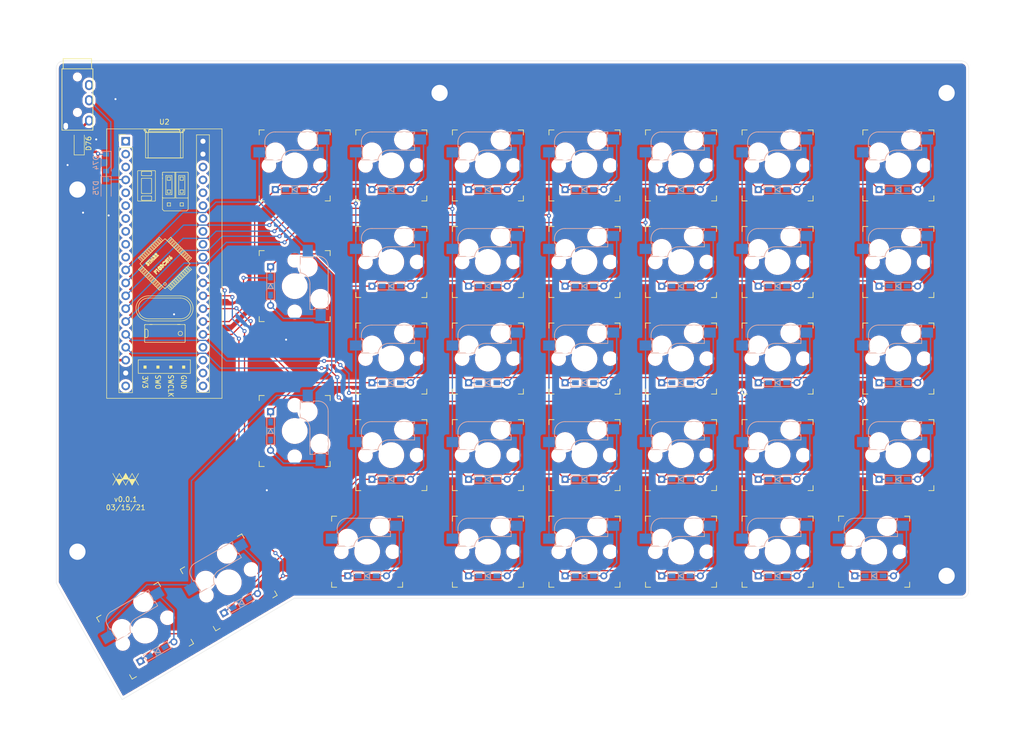
<source format=kicad_pcb>
(kicad_pcb (version 20171130) (host pcbnew "(5.1.6)-1")
  (layers (0 F.Cu signal) (31 B.Cu signal) (34 B.Paste user) (35 F.Paste user) (36 B.SilkS user) (37 F.SilkS user) (38 B.Mask user) (39 F.Mask user) (44 Edge.Cuts user))
  (net 0 "")
  (net 1 /RR1)
  (net 2 /RR2)
  (net 3 /RR3)
  (net 4 "Net-(D36-Pad2)")
  (net 5 "Net-(D37-Pad2)")
  (net 6 "Net-(D38-Pad2)")
  (net 7 "Net-(D39-Pad2)")
  (net 8 "Net-(D40-Pad2)")
  (net 9 "Net-(D41-Pad2)")
  (net 10 /RR4)
  (net 11 "Net-(D42-Pad2)")
  (net 12 "Net-(D43-Pad2)")
  (net 13 "Net-(D44-Pad2)")
  (net 14 "Net-(D45-Pad2)")
  (net 15 "Net-(D46-Pad2)")
  (net 16 "Net-(D47-Pad2)")
  (net 17 "Net-(D48-Pad2)")
  (net 18 "Net-(D49-Pad2)")
  (net 19 "Net-(D50-Pad2)")
  (net 20 "Net-(D51-Pad2)")
  (net 21 "Net-(D52-Pad2)")
  (net 22 "Net-(D53-Pad2)")
  (net 23 /RR5)
  (net 24 "Net-(D54-Pad2)")
  (net 25 "Net-(D55-Pad2)")
  (net 26 "Net-(D56-Pad2)")
  (net 27 "Net-(D57-Pad2)")
  (net 28 "Net-(D58-Pad2)")
  (net 29 "Net-(D59-Pad2)")
  (net 30 "Net-(D60-Pad2)")
  (net 31 "Net-(D61-Pad2)")
  (net 32 "Net-(D62-Pad2)")
  (net 33 "Net-(D63-Pad2)")
  (net 34 "Net-(D64-Pad2)")
  (net 35 "Net-(D65-Pad2)")
  (net 36 "Net-(D66-Pad2)")
  (net 37 "Net-(D67-Pad2)")
  (net 38 "Net-(D68-Pad2)")
  (net 39 "Net-(D69-Pad2)")
  (net 40 "Net-(D70-Pad2)")
  (net 41 /RC4)
  (net 42 /RC3)
  (net 43 /RC5)
  (net 44 /RC1)
  (net 45 /RC2)
  (net 46 /RC6)
  (net 47 /RC7)
  (net 48 /R+5V)
  (net 49 /RGND)
  (net 50 /RX)
  (net 51 "Net-(D76-Pad2)")
  (module Symbol:Logo_WM (layer F.Cu) (at 233.3625 109.5375)
    (fp_text reference REF** hide)
    (fp_text value Logo_WM)
  )
  (module Diode_SMD:D_SOD-123 (layer B.Cu) (at 229.5 52.075 270)
    (fp_text reference D75 (at 0 2 270) (layer B.SilkS) (effects (justify mirror)))
    (fp_text value D_Schottky)
    (pad 2 smd rect (at 1.65 0 270) (size 0.9 1.2) (layers B.Cu B.Paste B.Mask) (net 49 /RGND))
    (pad 1 smd rect (at -1.65 0 270) (size 0.9 1.2) (layers B.Cu B.Paste B.Mask) (net 50 /RX))
  )
  (module Diode_SMD:D_SOD-123 (layer B.Cu) (at 229.5 47.1 270)
    (fp_text reference D74 (at 0 2 270) (layer B.SilkS) (effects (justify mirror)))
    (fp_text value D_Schottky)
    (pad 2 smd rect (at 1.65 0 270) (size 0.9 1.2) (layers B.Cu B.Paste B.Mask) (net 50 /RX))
    (pad 1 smd rect (at -1.65 0 270) (size 0.9 1.2) (layers B.Cu B.Paste B.Mask) (net 48 /R+5V))
  )
  (module MountingHole:MountingHole_3.2mm_M3_ISO14580_Pad (layer F.Cu) (at 395.2875 33.3375 180)
    (fp_text reference REF** hide)
    (fp_text value MountingHole_3.2mm_M3_ISO14580_Pad)
    (pad 1 thru_hole circle (at 0 0 180) (size 5.5 5.5) (drill 3.2) (layers *.Cu *.Mask) (net 49 /RGND))
  )
  (module MountingHole:MountingHole_3.2mm_M3_ISO14580_Pad (layer F.Cu) (at 223.8375 123.825 180)
    (fp_text reference REF** hide)
    (fp_text value MountingHole_3.2mm_M3_ISO14580_Pad)
    (pad 1 thru_hole circle (at 0 0 180) (size 5.5 5.5) (drill 3.2) (layers *.Cu *.Mask) (net 49 /RGND))
  )
  (module MountingHole:MountingHole_3.2mm_M3_ISO14580_Pad (layer F.Cu) (at 295.275 33.3375 180)
    (fp_text reference REF** hide)
    (fp_text value MountingHole_3.2mm_M3_ISO14580_Pad)
    (pad 1 thru_hole circle (at 0 0 180) (size 5.5 5.5) (drill 3.2) (layers *.Cu *.Mask) (net 49 /RGND))
  )
  (module MountingHole:MountingHole_3.2mm_M3_ISO14580_Pad (layer F.Cu) (at 395.2875 128.5875 180)
    (fp_text reference REF** hide)
    (fp_text value MountingHole_3.2mm_M3_ISO14580_Pad)
    (pad 1 thru_hole circle (at 0 0 180) (size 5.5 5.5) (drill 3.2) (layers *.Cu *.Mask) (net 49 /RGND))
  )
  (module MountingHole:MountingHole_3.2mm_M3_ISO14580_Pad (layer F.Cu) (at 223.8375 52.3875 180)
    (fp_text reference REF** hide)
    (fp_text value MountingHole_3.2mm_M3_ISO14580_Pad)
    (pad 1 thru_hole circle (at 0 0 180) (size 5.5 5.5) (drill 3.2) (layers *.Cu *.Mask) (net 49 /RGND))
  )
  (module Diode_SMD:D_SOD-123 (layer F.Cu) (at 224.2 43.3 90)
    (fp_text reference D76 (at 0 1.85 90) (layer F.SilkS))
    (fp_text value D_Schottky)
    (pad 2 smd rect (at 1.65 0 90) (size 0.9 1.2) (layers F.Cu F.Paste F.Mask) (net 51 "Net-(D76-Pad2)"))
    (pad 1 smd rect (at -1.65 0 90) (size 0.9 1.2) (layers F.Cu F.Paste F.Mask) (net 48 /R+5V))
  )
  (module WM_lib:TRRS-PJ-320A (layer F.Cu) (at 223.8375 28.575)
    (fp_text reference J3)
    (fp_text value AudioJack4)
    (pad S thru_hole oval (at -2.3 11.3) (size 1.6 2) (drill oval 0.9 1.3) (layers *.Cu *.Mask) (net 49 /RGND))
    (pad T thru_hole oval (at 2.3 10.2) (size 1.6 2) (drill oval 0.9 1.3) (layers *.Cu *.Mask) (net 51 "Net-(D76-Pad2)"))
    (pad R2 thru_hole oval (at 2.3 3.2) (size 1.6 2) (drill oval 0.9 1.3) (layers *.Cu *.Mask))
    (pad "" np_thru_hole circle (at 0 8.6) (size 0.8 0.8) (drill 0.8) (layers *.Cu *.Mask))
    (pad "" np_thru_hole circle (at 0 1.6) (size 0.8 0.8) (drill 0.8) (layers *.Cu *.Mask))
    (pad R1 thru_hole oval (at 2.3 6.2) (size 1.6 2) (drill oval 0.9 1.3) (layers *.Cu *.Mask) (net 50 /RX))
  )
  (module WM_lib:CherryMX_Hotswap_1u_singleside (layer F.Cu) (at 253.688608 129.863608 30)
    (fp_text reference K39 hide)
    (fp_text value KEYSW hide)
    (pad 1 smd rect (at -7 -2.58 30) (size 2.3 2) (layers B.Cu B.Paste B.Mask) (net 44 /RC1))
    (pad 2 smd rect (at 5.7 -5.12 30) (size 2.3 2) (layers B.Cu B.Paste B.Mask) (net 7 "Net-(D39-Pad2)"))
    (pad "" np_thru_hole circle (at 2.54 -5.08 30) (size 3 3) (drill 3) (layers *.Cu *.Mask))
    (pad "" np_thru_hole circle (at -3.81 -2.540001 30) (size 3 3) (drill 3) (layers *.Cu *.Mask))
    (pad "" np_thru_hole circle (at 0 0 120) (size 4.1 4.1) (drill 4.1) (layers *.Cu *.Mask))
    (pad "" np_thru_hole circle (at 5.08 0 30) (size 1.9 1.9) (drill 1.9) (layers *.Cu *.Mask))
    (pad "" np_thru_hole circle (at -5.08 0 30) (size 1.9 1.9) (drill 1.9) (layers *.Cu *.Mask))
  )
  (module WM_lib:CherryMX_Hotswap_1.5u_singleside (layer F.Cu) (at 385.7625 104.775)
    (fp_text reference K69 hide)
    (fp_text value KEYSW hide)
    (pad "" np_thru_hole circle (at -5.08 0) (size 1.9 1.9) (drill 1.9) (layers *.Cu *.Mask))
    (pad "" np_thru_hole circle (at 5.08 0) (size 1.9 1.9) (drill 1.9) (layers *.Cu *.Mask))
    (pad "" np_thru_hole circle (at 0 0 90) (size 4.1 4.1) (drill 4.1) (layers *.Cu *.Mask))
    (pad "" np_thru_hole circle (at -3.81 -2.540001) (size 3 3) (drill 3) (layers *.Cu *.Mask))
    (pad "" np_thru_hole circle (at 2.54 -5.08) (size 3 3) (drill 3) (layers *.Cu *.Mask))
    (pad 2 smd rect (at 5.7 -5.12) (size 2.3 2) (layers B.Cu B.Paste B.Mask) (net 39 "Net-(D69-Pad2)"))
    (pad 1 smd rect (at -7 -2.58) (size 2.3 2) (layers B.Cu B.Paste B.Mask) (net 47 /RC7))
  )
  (module WM_lib:CherryMX_Hotswap_1.5u_singleside (layer F.Cu) (at 385.7625 85.725)
    (fp_text reference K68 hide)
    (fp_text value KEYSW hide)
    (pad "" np_thru_hole circle (at -5.08 0) (size 1.9 1.9) (drill 1.9) (layers *.Cu *.Mask))
    (pad "" np_thru_hole circle (at 5.08 0) (size 1.9 1.9) (drill 1.9) (layers *.Cu *.Mask))
    (pad "" np_thru_hole circle (at 0 0 90) (size 4.1 4.1) (drill 4.1) (layers *.Cu *.Mask))
    (pad "" np_thru_hole circle (at -3.81 -2.540001) (size 3 3) (drill 3) (layers *.Cu *.Mask))
    (pad "" np_thru_hole circle (at 2.54 -5.08) (size 3 3) (drill 3) (layers *.Cu *.Mask))
    (pad 2 smd rect (at 5.7 -5.12) (size 2.3 2) (layers B.Cu B.Paste B.Mask) (net 38 "Net-(D68-Pad2)"))
    (pad 1 smd rect (at -7 -2.58) (size 2.3 2) (layers B.Cu B.Paste B.Mask) (net 47 /RC7))
  )
  (module WM_lib:CherryMX_Hotswap_1.5u_singleside (layer F.Cu) (at 385.7625 66.675)
    (fp_text reference K67 hide)
    (fp_text value KEYSW hide)
    (pad "" np_thru_hole circle (at -5.08 0) (size 1.9 1.9) (drill 1.9) (layers *.Cu *.Mask))
    (pad "" np_thru_hole circle (at 5.08 0) (size 1.9 1.9) (drill 1.9) (layers *.Cu *.Mask))
    (pad "" np_thru_hole circle (at 0 0 90) (size 4.1 4.1) (drill 4.1) (layers *.Cu *.Mask))
    (pad "" np_thru_hole circle (at -3.81 -2.540001) (size 3 3) (drill 3) (layers *.Cu *.Mask))
    (pad "" np_thru_hole circle (at 2.54 -5.08) (size 3 3) (drill 3) (layers *.Cu *.Mask))
    (pad 2 smd rect (at 5.7 -5.12) (size 2.3 2) (layers B.Cu B.Paste B.Mask) (net 37 "Net-(D67-Pad2)"))
    (pad 1 smd rect (at -7 -2.58) (size 2.3 2) (layers B.Cu B.Paste B.Mask) (net 47 /RC7))
  )
  (module WM_lib:CherryMX_Hotswap_1.5u_singleside (layer F.Cu) (at 385.7625 47.625)
    (fp_text reference K66 hide)
    (fp_text value KEYSW hide)
    (pad "" np_thru_hole circle (at -5.08 0) (size 1.9 1.9) (drill 1.9) (layers *.Cu *.Mask))
    (pad "" np_thru_hole circle (at 5.08 0) (size 1.9 1.9) (drill 1.9) (layers *.Cu *.Mask))
    (pad "" np_thru_hole circle (at 0 0 90) (size 4.1 4.1) (drill 4.1) (layers *.Cu *.Mask))
    (pad "" np_thru_hole circle (at -3.81 -2.540001) (size 3 3) (drill 3) (layers *.Cu *.Mask))
    (pad "" np_thru_hole circle (at 2.54 -5.08) (size 3 3) (drill 3) (layers *.Cu *.Mask))
    (pad 2 smd rect (at 5.7 -5.12) (size 2.3 2) (layers B.Cu B.Paste B.Mask) (net 36 "Net-(D66-Pad2)"))
    (pad 1 smd rect (at -7 -2.58) (size 2.3 2) (layers B.Cu B.Paste B.Mask) (net 47 /RC7))
  )
  (module WM_lib:CherryMX_Hotswap_1u_singleside (layer F.Cu) (at 342.9 104.775)
    (fp_text reference K59 hide)
    (fp_text value KEYSW hide)
    (pad 1 smd rect (at -7 -2.58) (size 2.3 2) (layers B.Cu B.Paste B.Mask) (net 43 /RC5))
    (pad 2 smd rect (at 5.7 -5.12) (size 2.3 2) (layers B.Cu B.Paste B.Mask) (net 29 "Net-(D59-Pad2)"))
    (pad "" np_thru_hole circle (at 2.54 -5.08) (size 3 3) (drill 3) (layers *.Cu *.Mask))
    (pad "" np_thru_hole circle (at -3.81 -2.540001) (size 3 3) (drill 3) (layers *.Cu *.Mask))
    (pad "" np_thru_hole circle (at 0 0 90) (size 4.1 4.1) (drill 4.1) (layers *.Cu *.Mask))
    (pad "" np_thru_hole circle (at 5.08 0) (size 1.9 1.9) (drill 1.9) (layers *.Cu *.Mask))
    (pad "" np_thru_hole circle (at -5.08 0) (size 1.9 1.9) (drill 1.9) (layers *.Cu *.Mask))
  )
  (module WM_lib:CherryMX_Hotswap_1u_singleside (layer F.Cu) (at 342.9 85.725)
    (fp_text reference K58 hide)
    (fp_text value KEYSW hide)
    (pad 1 smd rect (at -7 -2.58) (size 2.3 2) (layers B.Cu B.Paste B.Mask) (net 43 /RC5))
    (pad 2 smd rect (at 5.7 -5.12) (size 2.3 2) (layers B.Cu B.Paste B.Mask) (net 28 "Net-(D58-Pad2)"))
    (pad "" np_thru_hole circle (at 2.54 -5.08) (size 3 3) (drill 3) (layers *.Cu *.Mask))
    (pad "" np_thru_hole circle (at -3.81 -2.540001) (size 3 3) (drill 3) (layers *.Cu *.Mask))
    (pad "" np_thru_hole circle (at 0 0 90) (size 4.1 4.1) (drill 4.1) (layers *.Cu *.Mask))
    (pad "" np_thru_hole circle (at 5.08 0) (size 1.9 1.9) (drill 1.9) (layers *.Cu *.Mask))
    (pad "" np_thru_hole circle (at -5.08 0) (size 1.9 1.9) (drill 1.9) (layers *.Cu *.Mask))
  )
  (module WM_lib:CherryMX_Hotswap_1u_singleside (layer F.Cu) (at 342.9 66.675)
    (fp_text reference K57 hide)
    (fp_text value KEYSW hide)
    (pad 1 smd rect (at -7 -2.58) (size 2.3 2) (layers B.Cu B.Paste B.Mask) (net 43 /RC5))
    (pad 2 smd rect (at 5.7 -5.12) (size 2.3 2) (layers B.Cu B.Paste B.Mask) (net 27 "Net-(D57-Pad2)"))
    (pad "" np_thru_hole circle (at 2.54 -5.08) (size 3 3) (drill 3) (layers *.Cu *.Mask))
    (pad "" np_thru_hole circle (at -3.81 -2.540001) (size 3 3) (drill 3) (layers *.Cu *.Mask))
    (pad "" np_thru_hole circle (at 0 0 90) (size 4.1 4.1) (drill 4.1) (layers *.Cu *.Mask))
    (pad "" np_thru_hole circle (at 5.08 0) (size 1.9 1.9) (drill 1.9) (layers *.Cu *.Mask))
    (pad "" np_thru_hole circle (at -5.08 0) (size 1.9 1.9) (drill 1.9) (layers *.Cu *.Mask))
  )
  (module WM_lib:CherryMX_Hotswap_1u_singleside (layer F.Cu) (at 342.9 47.625)
    (fp_text reference K56 hide)
    (fp_text value KEYSW hide)
    (pad 1 smd rect (at -7 -2.58) (size 2.3 2) (layers B.Cu B.Paste B.Mask) (net 43 /RC5))
    (pad 2 smd rect (at 5.7 -5.12) (size 2.3 2) (layers B.Cu B.Paste B.Mask) (net 26 "Net-(D56-Pad2)"))
    (pad "" np_thru_hole circle (at 2.54 -5.08) (size 3 3) (drill 3) (layers *.Cu *.Mask))
    (pad "" np_thru_hole circle (at -3.81 -2.540001) (size 3 3) (drill 3) (layers *.Cu *.Mask))
    (pad "" np_thru_hole circle (at 0 0 90) (size 4.1 4.1) (drill 4.1) (layers *.Cu *.Mask))
    (pad "" np_thru_hole circle (at 5.08 0) (size 1.9 1.9) (drill 1.9) (layers *.Cu *.Mask))
    (pad "" np_thru_hole circle (at -5.08 0) (size 1.9 1.9) (drill 1.9) (layers *.Cu *.Mask))
  )
  (module WM_lib:CherryMX_Hotswap_1u_singleside (layer F.Cu) (at 304.8 104.775)
    (fp_text reference K49 hide)
    (fp_text value KEYSW hide)
    (pad 1 smd rect (at -7 -2.58) (size 2.3 2) (layers B.Cu B.Paste B.Mask) (net 42 /RC3))
    (pad 2 smd rect (at 5.7 -5.12) (size 2.3 2) (layers B.Cu B.Paste B.Mask) (net 18 "Net-(D49-Pad2)"))
    (pad "" np_thru_hole circle (at 2.54 -5.08) (size 3 3) (drill 3) (layers *.Cu *.Mask))
    (pad "" np_thru_hole circle (at -3.81 -2.540001) (size 3 3) (drill 3) (layers *.Cu *.Mask))
    (pad "" np_thru_hole circle (at 0 0 90) (size 4.1 4.1) (drill 4.1) (layers *.Cu *.Mask))
    (pad "" np_thru_hole circle (at 5.08 0) (size 1.9 1.9) (drill 1.9) (layers *.Cu *.Mask))
    (pad "" np_thru_hole circle (at -5.08 0) (size 1.9 1.9) (drill 1.9) (layers *.Cu *.Mask))
  )
  (module WM_lib:CherryMX_Hotswap_1u_singleside (layer F.Cu) (at 304.8 85.725)
    (fp_text reference K48 hide)
    (fp_text value KEYSW hide)
    (pad 1 smd rect (at -7 -2.58) (size 2.3 2) (layers B.Cu B.Paste B.Mask) (net 42 /RC3))
    (pad 2 smd rect (at 5.7 -5.12) (size 2.3 2) (layers B.Cu B.Paste B.Mask) (net 17 "Net-(D48-Pad2)"))
    (pad "" np_thru_hole circle (at 2.54 -5.08) (size 3 3) (drill 3) (layers *.Cu *.Mask))
    (pad "" np_thru_hole circle (at -3.81 -2.540001) (size 3 3) (drill 3) (layers *.Cu *.Mask))
    (pad "" np_thru_hole circle (at 0 0 90) (size 4.1 4.1) (drill 4.1) (layers *.Cu *.Mask))
    (pad "" np_thru_hole circle (at 5.08 0) (size 1.9 1.9) (drill 1.9) (layers *.Cu *.Mask))
    (pad "" np_thru_hole circle (at -5.08 0) (size 1.9 1.9) (drill 1.9) (layers *.Cu *.Mask))
  )
  (module WM_lib:CherryMX_Hotswap_1u_singleside (layer F.Cu) (at 304.8 66.675)
    (fp_text reference K47 hide)
    (fp_text value KEYSW hide)
    (pad 1 smd rect (at -7 -2.58) (size 2.3 2) (layers B.Cu B.Paste B.Mask) (net 42 /RC3))
    (pad 2 smd rect (at 5.7 -5.12) (size 2.3 2) (layers B.Cu B.Paste B.Mask) (net 16 "Net-(D47-Pad2)"))
    (pad "" np_thru_hole circle (at 2.54 -5.08) (size 3 3) (drill 3) (layers *.Cu *.Mask))
    (pad "" np_thru_hole circle (at -3.81 -2.540001) (size 3 3) (drill 3) (layers *.Cu *.Mask))
    (pad "" np_thru_hole circle (at 0 0 90) (size 4.1 4.1) (drill 4.1) (layers *.Cu *.Mask))
    (pad "" np_thru_hole circle (at 5.08 0) (size 1.9 1.9) (drill 1.9) (layers *.Cu *.Mask))
    (pad "" np_thru_hole circle (at -5.08 0) (size 1.9 1.9) (drill 1.9) (layers *.Cu *.Mask))
  )
  (module WM_lib:CherryMX_Hotswap_1u_singleside (layer F.Cu) (at 304.8 47.625)
    (fp_text reference K46 hide)
    (fp_text value KEYSW hide)
    (pad 1 smd rect (at -7 -2.58) (size 2.3 2) (layers B.Cu B.Paste B.Mask) (net 42 /RC3))
    (pad 2 smd rect (at 5.7 -5.12) (size 2.3 2) (layers B.Cu B.Paste B.Mask) (net 15 "Net-(D46-Pad2)"))
    (pad "" np_thru_hole circle (at 2.54 -5.08) (size 3 3) (drill 3) (layers *.Cu *.Mask))
    (pad "" np_thru_hole circle (at -3.81 -2.540001) (size 3 3) (drill 3) (layers *.Cu *.Mask))
    (pad "" np_thru_hole circle (at 0 0 90) (size 4.1 4.1) (drill 4.1) (layers *.Cu *.Mask))
    (pad "" np_thru_hole circle (at 5.08 0) (size 1.9 1.9) (drill 1.9) (layers *.Cu *.Mask))
    (pad "" np_thru_hole circle (at -5.08 0) (size 1.9 1.9) (drill 1.9) (layers *.Cu *.Mask))
  )
  (module WM_lib:CherryMX_Hotswap_1.5u_singleside (layer F.Cu) (at 280.9875 123.825)
    (fp_text reference K45 hide)
    (fp_text value KEYSW hide)
    (pad "" np_thru_hole circle (at -5.08 0) (size 1.9 1.9) (drill 1.9) (layers *.Cu *.Mask))
    (pad "" np_thru_hole circle (at 5.08 0) (size 1.9 1.9) (drill 1.9) (layers *.Cu *.Mask))
    (pad "" np_thru_hole circle (at 0 0 90) (size 4.1 4.1) (drill 4.1) (layers *.Cu *.Mask))
    (pad "" np_thru_hole circle (at -3.81 -2.540001) (size 3 3) (drill 3) (layers *.Cu *.Mask))
    (pad "" np_thru_hole circle (at 2.54 -5.08) (size 3 3) (drill 3) (layers *.Cu *.Mask))
    (pad 2 smd rect (at 5.7 -5.12) (size 2.3 2) (layers B.Cu B.Paste B.Mask) (net 14 "Net-(D45-Pad2)"))
    (pad 1 smd rect (at -7 -2.58) (size 2.3 2) (layers B.Cu B.Paste B.Mask) (net 45 /RC2))
  )
  (module WM_lib:CherryMX_Hotswap_1u_singleside (layer F.Cu) (at 266.7 47.625)
    (fp_text reference K36 hide)
    (fp_text value KEYSW hide)
    (pad 1 smd rect (at -7 -2.58) (size 2.3 2) (layers B.Cu B.Paste B.Mask) (net 44 /RC1))
    (pad 2 smd rect (at 5.7 -5.12) (size 2.3 2) (layers B.Cu B.Paste B.Mask) (net 4 "Net-(D36-Pad2)"))
    (pad "" np_thru_hole circle (at 2.54 -5.08) (size 3 3) (drill 3) (layers *.Cu *.Mask))
    (pad "" np_thru_hole circle (at -3.81 -2.540001) (size 3 3) (drill 3) (layers *.Cu *.Mask))
    (pad "" np_thru_hole circle (at 0 0 90) (size 4.1 4.1) (drill 4.1) (layers *.Cu *.Mask))
    (pad "" np_thru_hole circle (at 5.08 0) (size 1.9 1.9) (drill 1.9) (layers *.Cu *.Mask))
    (pad "" np_thru_hole circle (at -5.08 0) (size 1.9 1.9) (drill 1.9) (layers *.Cu *.Mask))
  )
  (module Footprints:YAAJ_BluePill_1 (layer F.Cu) (at 233.3625 42.8625)
    (fp_text reference U2 (at 7.62 -3.81) (layer F.SilkS))
    (fp_text value YAAJ_BluePill_Part_Like hide)
    (fp_text user GND (at 11.43 47.498 270 unlocked) (layer F.SilkS) (effects (font (size 1 0.9))))
    (fp_text user SWCLK (at 8.89 48.26 270 unlocked) (layer F.SilkS) (effects (font (size 1 0.9))))
    (fp_text user SWO (at 6.35 47.498 270 unlocked) (layer F.SilkS) (effects (font (size 1 0.9))))
    (fp_text user 3V3 (at 3.81 47.498 270 unlocked) (layer F.SilkS) (effects (font (size 1 0.9))))
    (pad 20 thru_hole circle (at 0 48.26) (size 1.7 1.7) (drill 1) (layers *.Cu *.Mask))
    (pad 21 thru_hole circle (at 15.24 48.26) (size 1.7 1.7) (drill 1) (layers *.Cu *.Mask))
    (pad 19 thru_hole circle (at 0 45.72) (size 1.7 1.7) (drill 1) (layers *.Cu *.Mask) (net 49 /RGND))
    (pad 22 thru_hole circle (at 15.24 45.72) (size 1.7 1.7) (drill 1) (layers *.Cu *.Mask))
    (pad 18 thru_hole circle (at 0 43.18) (size 1.7 1.7) (drill 1) (layers *.Cu *.Mask) (net 48 /R+5V))
    (pad 23 thru_hole circle (at 15.24 43.18) (size 1.7 1.7) (drill 1) (layers *.Cu *.Mask))
    (pad 17 thru_hole circle (at 0 40.64) (size 1.7 1.7) (drill 1) (layers *.Cu *.Mask) (net 47 /RC7))
    (pad 24 thru_hole circle (at 15.24 40.64) (size 1.7 1.7) (drill 1) (layers *.Cu *.Mask))
    (pad 16 thru_hole circle (at 0 38.1) (size 1.7 1.7) (drill 1) (layers *.Cu *.Mask) (net 46 /RC6))
    (pad 25 thru_hole circle (at 15.24 38.1) (size 1.7 1.7) (drill 1) (layers *.Cu *.Mask) (net 1 /RR1))
    (pad 15 thru_hole circle (at 0 35.56) (size 1.7 1.7) (drill 1) (layers *.Cu *.Mask) (net 43 /RC5))
    (pad 26 thru_hole circle (at 15.24 35.56) (size 1.7 1.7) (drill 1) (layers *.Cu *.Mask) (net 2 /RR2))
    (pad 14 thru_hole circle (at 0 33.02) (size 1.7 1.7) (drill 1) (layers *.Cu *.Mask) (net 41 /RC4))
    (pad 27 thru_hole circle (at 15.24 33.02) (size 1.7 1.7) (drill 1) (layers *.Cu *.Mask) (net 3 /RR3))
    (pad 13 thru_hole circle (at 0 30.48) (size 1.7 1.7) (drill 1) (layers *.Cu *.Mask) (net 42 /RC3))
    (pad 28 thru_hole circle (at 15.24 30.48) (size 1.7 1.7) (drill 1) (layers *.Cu *.Mask) (net 10 /RR4))
    (pad 12 thru_hole circle (at 0 27.94) (size 1.7 1.7) (drill 1) (layers *.Cu *.Mask) (net 45 /RC2))
    (pad 29 thru_hole circle (at 15.24 27.94) (size 1.7 1.7) (drill 1) (layers *.Cu *.Mask) (net 23 /RR5))
    (pad 11 thru_hole circle (at 0 25.4) (size 1.7 1.7) (drill 1) (layers *.Cu *.Mask) (net 44 /RC1))
    (pad 30 thru_hole circle (at 15.24 25.4) (size 1.7 1.7) (drill 1) (layers *.Cu *.Mask))
    (pad 10 thru_hole circle (at 0 22.86) (size 1.7 1.7) (drill 1) (layers *.Cu *.Mask))
    (pad 31 thru_hole circle (at 15.24 22.86) (size 1.7 1.7) (drill 1) (layers *.Cu *.Mask))
    (pad 9 thru_hole circle (at 0 20.32) (size 1.7 1.7) (drill 1) (layers *.Cu *.Mask))
    (pad 32 thru_hole circle (at 15.24 20.32) (size 1.7 1.7) (drill 1) (layers *.Cu *.Mask))
    (pad 8 thru_hole circle (at 0 17.78) (size 1.7 1.7) (drill 1) (layers *.Cu *.Mask))
    (pad 33 thru_hole circle (at 15.24 17.78) (size 1.7 1.7) (drill 1) (layers *.Cu *.Mask))
    (pad 7 thru_hole circle (at 0 15.24) (size 1.7 1.7) (drill 1) (layers *.Cu *.Mask))
    (pad 34 thru_hole circle (at 15.24 15.24) (size 1.7 1.7) (drill 1) (layers *.Cu *.Mask))
    (pad 6 thru_hole circle (at 0 12.7) (size 1.7 1.7) (drill 1) (layers *.Cu *.Mask))
    (pad 35 thru_hole circle (at 15.24 12.7) (size 1.7 1.7) (drill 1) (layers *.Cu *.Mask))
    (pad 5 thru_hole circle (at 0 10.16) (size 1.7 1.7) (drill 1) (layers *.Cu *.Mask))
    (pad 36 thru_hole circle (at 15.24 10.16) (size 1.7 1.7) (drill 1) (layers *.Cu *.Mask))
    (pad 4 thru_hole circle (at 0 7.62) (size 1.7 1.7) (drill 1) (layers *.Cu *.Mask) (net 50 /RX))
    (pad 37 thru_hole circle (at 15.24 7.62) (size 1.7 1.7) (drill 1) (layers *.Cu *.Mask))
    (pad 3 thru_hole circle (at 0 5.08) (size 1.7 1.7) (drill 1) (layers *.Cu *.Mask))
    (pad 38 thru_hole circle (at 15.24 5.08) (size 1.7 1.7) (drill 1) (layers *.Cu *.Mask))
    (pad 2 thru_hole circle (at 0 2.54) (size 1.7 1.7) (drill 1) (layers *.Cu *.Mask))
    (pad 39 thru_hole circle (at 15.24 2.54) (size 1.7 1.7) (drill 1) (layers *.Cu *.Mask) (net 49 /RGND))
    (pad 1 thru_hole rect (at 0 0) (size 1.7 1.7) (drill 1) (layers *.Cu *.Mask))
    (pad 40 thru_hole circle (at 15.24 0) (size 1.7 1.7) (drill 1) (layers *.Cu *.Mask) (net 49 /RGND))
  )
  (module WM_lib:CherryMX_Hotswap_1u_singleside (layer F.Cu) (at 381 123.825)
    (fp_text reference K70 hide)
    (fp_text value KEYSW hide)
    (pad 1 smd rect (at -7 -2.58) (size 2.3 2) (layers B.Cu B.Paste B.Mask) (net 47 /RC7))
    (pad 2 smd rect (at 5.7 -5.12) (size 2.3 2) (layers B.Cu B.Paste B.Mask) (net 40 "Net-(D70-Pad2)"))
    (pad "" np_thru_hole circle (at 2.54 -5.08) (size 3 3) (drill 3) (layers *.Cu *.Mask))
    (pad "" np_thru_hole circle (at -3.81 -2.540001) (size 3 3) (drill 3) (layers *.Cu *.Mask))
    (pad "" np_thru_hole circle (at 0 0 90) (size 4.1 4.1) (drill 4.1) (layers *.Cu *.Mask))
    (pad "" np_thru_hole circle (at 5.08 0) (size 1.9 1.9) (drill 1.9) (layers *.Cu *.Mask))
    (pad "" np_thru_hole circle (at -5.08 0) (size 1.9 1.9) (drill 1.9) (layers *.Cu *.Mask))
  )
  (module WM_lib:CherryMX_Hotswap_1u_singleside (layer F.Cu) (at 361.95 123.825)
    (fp_text reference K65 hide)
    (fp_text value KEYSW hide)
    (pad 1 smd rect (at -7 -2.58) (size 2.3 2) (layers B.Cu B.Paste B.Mask) (net 46 /RC6))
    (pad 2 smd rect (at 5.7 -5.12) (size 2.3 2) (layers B.Cu B.Paste B.Mask) (net 35 "Net-(D65-Pad2)"))
    (pad "" np_thru_hole circle (at 2.54 -5.08) (size 3 3) (drill 3) (layers *.Cu *.Mask))
    (pad "" np_thru_hole circle (at -3.81 -2.540001) (size 3 3) (drill 3) (layers *.Cu *.Mask))
    (pad "" np_thru_hole circle (at 0 0 90) (size 4.1 4.1) (drill 4.1) (layers *.Cu *.Mask))
    (pad "" np_thru_hole circle (at 5.08 0) (size 1.9 1.9) (drill 1.9) (layers *.Cu *.Mask))
    (pad "" np_thru_hole circle (at -5.08 0) (size 1.9 1.9) (drill 1.9) (layers *.Cu *.Mask))
  )
  (module WM_lib:CherryMX_Hotswap_1u_singleside (layer F.Cu) (at 361.95 104.775)
    (fp_text reference K64 hide)
    (fp_text value KEYSW hide)
    (pad 1 smd rect (at -7 -2.58) (size 2.3 2) (layers B.Cu B.Paste B.Mask) (net 46 /RC6))
    (pad 2 smd rect (at 5.7 -5.12) (size 2.3 2) (layers B.Cu B.Paste B.Mask) (net 34 "Net-(D64-Pad2)"))
    (pad "" np_thru_hole circle (at 2.54 -5.08) (size 3 3) (drill 3) (layers *.Cu *.Mask))
    (pad "" np_thru_hole circle (at -3.81 -2.540001) (size 3 3) (drill 3) (layers *.Cu *.Mask))
    (pad "" np_thru_hole circle (at 0 0 90) (size 4.1 4.1) (drill 4.1) (layers *.Cu *.Mask))
    (pad "" np_thru_hole circle (at 5.08 0) (size 1.9 1.9) (drill 1.9) (layers *.Cu *.Mask))
    (pad "" np_thru_hole circle (at -5.08 0) (size 1.9 1.9) (drill 1.9) (layers *.Cu *.Mask))
  )
  (module WM_lib:CherryMX_Hotswap_1u_singleside (layer F.Cu) (at 361.95 85.725)
    (fp_text reference K63 hide)
    (fp_text value KEYSW hide)
    (pad 1 smd rect (at -7 -2.58) (size 2.3 2) (layers B.Cu B.Paste B.Mask) (net 46 /RC6))
    (pad 2 smd rect (at 5.7 -5.12) (size 2.3 2) (layers B.Cu B.Paste B.Mask) (net 33 "Net-(D63-Pad2)"))
    (pad "" np_thru_hole circle (at 2.54 -5.08) (size 3 3) (drill 3) (layers *.Cu *.Mask))
    (pad "" np_thru_hole circle (at -3.81 -2.540001) (size 3 3) (drill 3) (layers *.Cu *.Mask))
    (pad "" np_thru_hole circle (at 0 0 90) (size 4.1 4.1) (drill 4.1) (layers *.Cu *.Mask))
    (pad "" np_thru_hole circle (at 5.08 0) (size 1.9 1.9) (drill 1.9) (layers *.Cu *.Mask))
    (pad "" np_thru_hole circle (at -5.08 0) (size 1.9 1.9) (drill 1.9) (layers *.Cu *.Mask))
  )
  (module WM_lib:CherryMX_Hotswap_1u_singleside (layer F.Cu) (at 361.95 66.675)
    (fp_text reference K62 hide)
    (fp_text value KEYSW hide)
    (pad 1 smd rect (at -7 -2.58) (size 2.3 2) (layers B.Cu B.Paste B.Mask) (net 46 /RC6))
    (pad 2 smd rect (at 5.7 -5.12) (size 2.3 2) (layers B.Cu B.Paste B.Mask) (net 32 "Net-(D62-Pad2)"))
    (pad "" np_thru_hole circle (at 2.54 -5.08) (size 3 3) (drill 3) (layers *.Cu *.Mask))
    (pad "" np_thru_hole circle (at -3.81 -2.540001) (size 3 3) (drill 3) (layers *.Cu *.Mask))
    (pad "" np_thru_hole circle (at 0 0 90) (size 4.1 4.1) (drill 4.1) (layers *.Cu *.Mask))
    (pad "" np_thru_hole circle (at 5.08 0) (size 1.9 1.9) (drill 1.9) (layers *.Cu *.Mask))
    (pad "" np_thru_hole circle (at -5.08 0) (size 1.9 1.9) (drill 1.9) (layers *.Cu *.Mask))
  )
  (module WM_lib:CherryMX_Hotswap_1u_singleside (layer F.Cu) (at 361.95 47.625)
    (fp_text reference K61 hide)
    (fp_text value KEYSW hide)
    (pad 1 smd rect (at -7 -2.58) (size 2.3 2) (layers B.Cu B.Paste B.Mask) (net 46 /RC6))
    (pad 2 smd rect (at 5.7 -5.12) (size 2.3 2) (layers B.Cu B.Paste B.Mask) (net 31 "Net-(D61-Pad2)"))
    (pad "" np_thru_hole circle (at 2.54 -5.08) (size 3 3) (drill 3) (layers *.Cu *.Mask))
    (pad "" np_thru_hole circle (at -3.81 -2.540001) (size 3 3) (drill 3) (layers *.Cu *.Mask))
    (pad "" np_thru_hole circle (at 0 0 90) (size 4.1 4.1) (drill 4.1) (layers *.Cu *.Mask))
    (pad "" np_thru_hole circle (at 5.08 0) (size 1.9 1.9) (drill 1.9) (layers *.Cu *.Mask))
    (pad "" np_thru_hole circle (at -5.08 0) (size 1.9 1.9) (drill 1.9) (layers *.Cu *.Mask))
  )
  (module WM_lib:CherryMX_Hotswap_1u_singleside (layer F.Cu) (at 342.9 123.824999)
    (fp_text reference K60 hide)
    (fp_text value KEYSW hide)
    (pad 1 smd rect (at -7 -2.58) (size 2.3 2) (layers B.Cu B.Paste B.Mask) (net 43 /RC5))
    (pad 2 smd rect (at 5.7 -5.12) (size 2.3 2) (layers B.Cu B.Paste B.Mask) (net 30 "Net-(D60-Pad2)"))
    (pad "" np_thru_hole circle (at 2.54 -5.08) (size 3 3) (drill 3) (layers *.Cu *.Mask))
    (pad "" np_thru_hole circle (at -3.81 -2.540001) (size 3 3) (drill 3) (layers *.Cu *.Mask))
    (pad "" np_thru_hole circle (at 0 0 90) (size 4.1 4.1) (drill 4.1) (layers *.Cu *.Mask))
    (pad "" np_thru_hole circle (at 5.08 0) (size 1.9 1.9) (drill 1.9) (layers *.Cu *.Mask))
    (pad "" np_thru_hole circle (at -5.08 0) (size 1.9 1.9) (drill 1.9) (layers *.Cu *.Mask))
  )
  (module WM_lib:CherryMX_Hotswap_1u_singleside (layer F.Cu) (at 323.85 123.825)
    (fp_text reference K55 hide)
    (fp_text value KEYSW hide)
    (pad 1 smd rect (at -7 -2.58) (size 2.3 2) (layers B.Cu B.Paste B.Mask) (net 41 /RC4))
    (pad 2 smd rect (at 5.7 -5.12) (size 2.3 2) (layers B.Cu B.Paste B.Mask) (net 25 "Net-(D55-Pad2)"))
    (pad "" np_thru_hole circle (at 2.54 -5.08) (size 3 3) (drill 3) (layers *.Cu *.Mask))
    (pad "" np_thru_hole circle (at -3.81 -2.540001) (size 3 3) (drill 3) (layers *.Cu *.Mask))
    (pad "" np_thru_hole circle (at 0 0 90) (size 4.1 4.1) (drill 4.1) (layers *.Cu *.Mask))
    (pad "" np_thru_hole circle (at 5.08 0) (size 1.9 1.9) (drill 1.9) (layers *.Cu *.Mask))
    (pad "" np_thru_hole circle (at -5.08 0) (size 1.9 1.9) (drill 1.9) (layers *.Cu *.Mask))
  )
  (module WM_lib:CherryMX_Hotswap_1u_singleside (layer F.Cu) (at 323.85 104.775)
    (fp_text reference K54 hide)
    (fp_text value KEYSW hide)
    (pad 1 smd rect (at -7 -2.58) (size 2.3 2) (layers B.Cu B.Paste B.Mask) (net 41 /RC4))
    (pad 2 smd rect (at 5.7 -5.12) (size 2.3 2) (layers B.Cu B.Paste B.Mask) (net 24 "Net-(D54-Pad2)"))
    (pad "" np_thru_hole circle (at 2.54 -5.08) (size 3 3) (drill 3) (layers *.Cu *.Mask))
    (pad "" np_thru_hole circle (at -3.81 -2.540001) (size 3 3) (drill 3) (layers *.Cu *.Mask))
    (pad "" np_thru_hole circle (at 0 0 90) (size 4.1 4.1) (drill 4.1) (layers *.Cu *.Mask))
    (pad "" np_thru_hole circle (at 5.08 0) (size 1.9 1.9) (drill 1.9) (layers *.Cu *.Mask))
    (pad "" np_thru_hole circle (at -5.08 0) (size 1.9 1.9) (drill 1.9) (layers *.Cu *.Mask))
  )
  (module WM_lib:CherryMX_Hotswap_1u_singleside (layer F.Cu) (at 323.85 85.725)
    (fp_text reference K53 hide)
    (fp_text value KEYSW hide)
    (pad 1 smd rect (at -7 -2.58) (size 2.3 2) (layers B.Cu B.Paste B.Mask) (net 41 /RC4))
    (pad 2 smd rect (at 5.7 -5.12) (size 2.3 2) (layers B.Cu B.Paste B.Mask) (net 22 "Net-(D53-Pad2)"))
    (pad "" np_thru_hole circle (at 2.54 -5.08) (size 3 3) (drill 3) (layers *.Cu *.Mask))
    (pad "" np_thru_hole circle (at -3.81 -2.540001) (size 3 3) (drill 3) (layers *.Cu *.Mask))
    (pad "" np_thru_hole circle (at 0 0 90) (size 4.1 4.1) (drill 4.1) (layers *.Cu *.Mask))
    (pad "" np_thru_hole circle (at 5.08 0) (size 1.9 1.9) (drill 1.9) (layers *.Cu *.Mask))
    (pad "" np_thru_hole circle (at -5.08 0) (size 1.9 1.9) (drill 1.9) (layers *.Cu *.Mask))
  )
  (module WM_lib:CherryMX_Hotswap_1u_singleside (layer F.Cu) (at 323.85 66.675)
    (fp_text reference K52 hide)
    (fp_text value KEYSW hide)
    (pad 1 smd rect (at -7 -2.58) (size 2.3 2) (layers B.Cu B.Paste B.Mask) (net 41 /RC4))
    (pad 2 smd rect (at 5.7 -5.12) (size 2.3 2) (layers B.Cu B.Paste B.Mask) (net 21 "Net-(D52-Pad2)"))
    (pad "" np_thru_hole circle (at 2.54 -5.08) (size 3 3) (drill 3) (layers *.Cu *.Mask))
    (pad "" np_thru_hole circle (at -3.81 -2.540001) (size 3 3) (drill 3) (layers *.Cu *.Mask))
    (pad "" np_thru_hole circle (at 0 0 90) (size 4.1 4.1) (drill 4.1) (layers *.Cu *.Mask))
    (pad "" np_thru_hole circle (at 5.08 0) (size 1.9 1.9) (drill 1.9) (layers *.Cu *.Mask))
    (pad "" np_thru_hole circle (at -5.08 0) (size 1.9 1.9) (drill 1.9) (layers *.Cu *.Mask))
  )
  (module WM_lib:CherryMX_Hotswap_1u_singleside (layer F.Cu) (at 323.85 47.625)
    (fp_text reference K51 hide)
    (fp_text value KEYSW hide)
    (pad 1 smd rect (at -7 -2.58) (size 2.3 2) (layers B.Cu B.Paste B.Mask) (net 41 /RC4))
    (pad 2 smd rect (at 5.7 -5.12) (size 2.3 2) (layers B.Cu B.Paste B.Mask) (net 20 "Net-(D51-Pad2)"))
    (pad "" np_thru_hole circle (at 2.54 -5.08) (size 3 3) (drill 3) (layers *.Cu *.Mask))
    (pad "" np_thru_hole circle (at -3.81 -2.540001) (size 3 3) (drill 3) (layers *.Cu *.Mask))
    (pad "" np_thru_hole circle (at 0 0 90) (size 4.1 4.1) (drill 4.1) (layers *.Cu *.Mask))
    (pad "" np_thru_hole circle (at 5.08 0) (size 1.9 1.9) (drill 1.9) (layers *.Cu *.Mask))
    (pad "" np_thru_hole circle (at -5.08 0) (size 1.9 1.9) (drill 1.9) (layers *.Cu *.Mask))
  )
  (module WM_lib:CherryMX_Hotswap_1u_singleside (layer F.Cu) (at 304.8 123.825)
    (fp_text reference K50 hide)
    (fp_text value KEYSW hide)
    (pad 1 smd rect (at -7 -2.58) (size 2.3 2) (layers B.Cu B.Paste B.Mask) (net 42 /RC3))
    (pad 2 smd rect (at 5.7 -5.12) (size 2.3 2) (layers B.Cu B.Paste B.Mask) (net 19 "Net-(D50-Pad2)"))
    (pad "" np_thru_hole circle (at 2.54 -5.08) (size 3 3) (drill 3) (layers *.Cu *.Mask))
    (pad "" np_thru_hole circle (at -3.81 -2.540001) (size 3 3) (drill 3) (layers *.Cu *.Mask))
    (pad "" np_thru_hole circle (at 0 0 90) (size 4.1 4.1) (drill 4.1) (layers *.Cu *.Mask))
    (pad "" np_thru_hole circle (at 5.08 0) (size 1.9 1.9) (drill 1.9) (layers *.Cu *.Mask))
    (pad "" np_thru_hole circle (at -5.08 0) (size 1.9 1.9) (drill 1.9) (layers *.Cu *.Mask))
  )
  (module WM_lib:CherryMX_Hotswap_1u_singleside (layer F.Cu) (at 285.75 104.775)
    (fp_text reference K44 hide)
    (fp_text value KEYSW hide)
    (pad 1 smd rect (at -7 -2.58) (size 2.3 2) (layers B.Cu B.Paste B.Mask) (net 45 /RC2))
    (pad 2 smd rect (at 5.7 -5.12) (size 2.3 2) (layers B.Cu B.Paste B.Mask) (net 13 "Net-(D44-Pad2)"))
    (pad "" np_thru_hole circle (at 2.54 -5.08) (size 3 3) (drill 3) (layers *.Cu *.Mask))
    (pad "" np_thru_hole circle (at -3.81 -2.540001) (size 3 3) (drill 3) (layers *.Cu *.Mask))
    (pad "" np_thru_hole circle (at 0 0 90) (size 4.1 4.1) (drill 4.1) (layers *.Cu *.Mask))
    (pad "" np_thru_hole circle (at 5.08 0) (size 1.9 1.9) (drill 1.9) (layers *.Cu *.Mask))
    (pad "" np_thru_hole circle (at -5.08 0) (size 1.9 1.9) (drill 1.9) (layers *.Cu *.Mask))
  )
  (module WM_lib:CherryMX_Hotswap_1u_singleside (layer F.Cu) (at 285.75 85.725)
    (fp_text reference K43 hide)
    (fp_text value KEYSW hide)
    (pad 1 smd rect (at -7 -2.58) (size 2.3 2) (layers B.Cu B.Paste B.Mask) (net 45 /RC2))
    (pad 2 smd rect (at 5.7 -5.12) (size 2.3 2) (layers B.Cu B.Paste B.Mask) (net 12 "Net-(D43-Pad2)"))
    (pad "" np_thru_hole circle (at 2.54 -5.08) (size 3 3) (drill 3) (layers *.Cu *.Mask))
    (pad "" np_thru_hole circle (at -3.81 -2.540001) (size 3 3) (drill 3) (layers *.Cu *.Mask))
    (pad "" np_thru_hole circle (at 0 0 90) (size 4.1 4.1) (drill 4.1) (layers *.Cu *.Mask))
    (pad "" np_thru_hole circle (at 5.08 0) (size 1.9 1.9) (drill 1.9) (layers *.Cu *.Mask))
    (pad "" np_thru_hole circle (at -5.08 0) (size 1.9 1.9) (drill 1.9) (layers *.Cu *.Mask))
  )
  (module WM_lib:CherryMX_Hotswap_1u_singleside (layer F.Cu) (at 285.75 66.675)
    (fp_text reference K42 hide)
    (fp_text value KEYSW hide)
    (pad 1 smd rect (at -7 -2.58) (size 2.3 2) (layers B.Cu B.Paste B.Mask) (net 45 /RC2))
    (pad 2 smd rect (at 5.7 -5.12) (size 2.3 2) (layers B.Cu B.Paste B.Mask) (net 11 "Net-(D42-Pad2)"))
    (pad "" np_thru_hole circle (at 2.54 -5.08) (size 3 3) (drill 3) (layers *.Cu *.Mask))
    (pad "" np_thru_hole circle (at -3.81 -2.540001) (size 3 3) (drill 3) (layers *.Cu *.Mask))
    (pad "" np_thru_hole circle (at 0 0 90) (size 4.1 4.1) (drill 4.1) (layers *.Cu *.Mask))
    (pad "" np_thru_hole circle (at 5.08 0) (size 1.9 1.9) (drill 1.9) (layers *.Cu *.Mask))
    (pad "" np_thru_hole circle (at -5.08 0) (size 1.9 1.9) (drill 1.9) (layers *.Cu *.Mask))
  )
  (module WM_lib:CherryMX_Hotswap_1u_singleside (layer F.Cu) (at 285.75 47.625)
    (fp_text reference K41 hide)
    (fp_text value KEYSW hide)
    (pad 1 smd rect (at -7 -2.58) (size 2.3 2) (layers B.Cu B.Paste B.Mask) (net 45 /RC2))
    (pad 2 smd rect (at 5.7 -5.12) (size 2.3 2) (layers B.Cu B.Paste B.Mask) (net 9 "Net-(D41-Pad2)"))
    (pad "" np_thru_hole circle (at 2.54 -5.08) (size 3 3) (drill 3) (layers *.Cu *.Mask))
    (pad "" np_thru_hole circle (at -3.81 -2.540001) (size 3 3) (drill 3) (layers *.Cu *.Mask))
    (pad "" np_thru_hole circle (at 0 0 90) (size 4.1 4.1) (drill 4.1) (layers *.Cu *.Mask))
    (pad "" np_thru_hole circle (at 5.08 0) (size 1.9 1.9) (drill 1.9) (layers *.Cu *.Mask))
    (pad "" np_thru_hole circle (at -5.08 0) (size 1.9 1.9) (drill 1.9) (layers *.Cu *.Mask))
  )
  (module WM_lib:CherryMX_Hotswap_1u_singleside (layer F.Cu) (at 237.190824 139.388608 30)
    (fp_text reference K40 hide)
    (fp_text value KEYSW hide)
    (pad 1 smd rect (at -7 -2.58 30) (size 2.3 2) (layers B.Cu B.Paste B.Mask) (net 44 /RC1))
    (pad 2 smd rect (at 5.7 -5.12 30) (size 2.3 2) (layers B.Cu B.Paste B.Mask) (net 8 "Net-(D40-Pad2)"))
    (pad "" np_thru_hole circle (at 2.54 -5.08 30) (size 3 3) (drill 3) (layers *.Cu *.Mask))
    (pad "" np_thru_hole circle (at -3.81 -2.540001 30) (size 3 3) (drill 3) (layers *.Cu *.Mask))
    (pad "" np_thru_hole circle (at 0 0 120) (size 4.1 4.1) (drill 4.1) (layers *.Cu *.Mask))
    (pad "" np_thru_hole circle (at 5.08 0 30) (size 1.9 1.9) (drill 1.9) (layers *.Cu *.Mask))
    (pad "" np_thru_hole circle (at -5.08 0 30) (size 1.9 1.9) (drill 1.9) (layers *.Cu *.Mask))
  )
  (module WM_lib:CherryMX_Hotswap_1.5u_singleside (layer F.Cu) (at 266.7 100.0125 270)
    (fp_text reference K38 hide)
    (fp_text value KEYSW hide)
    (pad "" np_thru_hole circle (at -5.08 0 270) (size 1.9 1.9) (drill 1.9) (layers *.Cu *.Mask))
    (pad "" np_thru_hole circle (at 5.08 0 270) (size 1.9 1.9) (drill 1.9) (layers *.Cu *.Mask))
    (pad "" np_thru_hole circle (at 0 0) (size 4.1 4.1) (drill 4.1) (layers *.Cu *.Mask))
    (pad "" np_thru_hole circle (at -3.81 -2.540001 270) (size 3 3) (drill 3) (layers *.Cu *.Mask))
    (pad "" np_thru_hole circle (at 2.54 -5.08 270) (size 3 3) (drill 3) (layers *.Cu *.Mask))
    (pad 2 smd rect (at 5.7 -5.12 270) (size 2.3 2) (layers B.Cu B.Paste B.Mask) (net 6 "Net-(D38-Pad2)"))
    (pad 1 smd rect (at -7 -2.58 270) (size 2.3 2) (layers B.Cu B.Paste B.Mask) (net 44 /RC1))
  )
  (module WM_lib:CherryMX_Hotswap_1.5u_singleside (layer F.Cu) (at 266.7 71.4375 270)
    (fp_text reference K37 hide)
    (fp_text value KEYSW hide)
    (pad "" np_thru_hole circle (at -5.08 0 270) (size 1.9 1.9) (drill 1.9) (layers *.Cu *.Mask))
    (pad "" np_thru_hole circle (at 5.08 0 270) (size 1.9 1.9) (drill 1.9) (layers *.Cu *.Mask))
    (pad "" np_thru_hole circle (at 0 0) (size 4.1 4.1) (drill 4.1) (layers *.Cu *.Mask))
    (pad "" np_thru_hole circle (at -3.81 -2.540001 270) (size 3 3) (drill 3) (layers *.Cu *.Mask))
    (pad "" np_thru_hole circle (at 2.54 -5.08 270) (size 3 3) (drill 3) (layers *.Cu *.Mask))
    (pad 2 smd rect (at 5.7 -5.12 270) (size 2.3 2) (layers B.Cu B.Paste B.Mask) (net 5 "Net-(D37-Pad2)"))
    (pad 1 smd rect (at -7 -2.58 270) (size 2.3 2) (layers B.Cu B.Paste B.Mask) (net 44 /RC1))
  )
  (module WM_lib:D3_TH_SMD_singleside (layer B.Cu) (at 381 128.5875)
    (fp_text reference D70 hide)
    (fp_text value D hide)
    (pad 1 smd rect (at -1.775 0) (size 1.3 0.95) (layers B.Cu B.Paste B.Mask) (net 23 /RR5))
    (pad 1 thru_hole rect (at -3.81 0) (size 1.397 1.397) (drill 0.8128) (layers *.Cu *.Mask) (net 23 /RR5))
    (pad 2 thru_hole circle (at 3.81 0) (size 1.397 1.397) (drill 0.8128) (layers *.Cu *.Mask) (net 40 "Net-(D70-Pad2)"))
    (pad 2 smd rect (at 1.775 0) (size 1.3 0.95) (layers B.Cu B.Paste B.Mask) (net 40 "Net-(D70-Pad2)"))
  )
  (module WM_lib:D3_TH_SMD_singleside (layer B.Cu) (at 385.7625 109.5375)
    (fp_text reference D69 hide)
    (fp_text value D hide)
    (pad 1 smd rect (at -1.775 0) (size 1.3 0.95) (layers B.Cu B.Paste B.Mask) (net 10 /RR4))
    (pad 1 thru_hole rect (at -3.81 0) (size 1.397 1.397) (drill 0.8128) (layers *.Cu *.Mask) (net 10 /RR4))
    (pad 2 thru_hole circle (at 3.81 0) (size 1.397 1.397) (drill 0.8128) (layers *.Cu *.Mask) (net 39 "Net-(D69-Pad2)"))
    (pad 2 smd rect (at 1.775 0) (size 1.3 0.95) (layers B.Cu B.Paste B.Mask) (net 39 "Net-(D69-Pad2)"))
  )
  (module WM_lib:D3_TH_SMD_singleside (layer B.Cu) (at 385.7625 90.4875)
    (fp_text reference D68 hide)
    (fp_text value D hide)
    (pad 1 smd rect (at -1.775 0) (size 1.3 0.95) (layers B.Cu B.Paste B.Mask) (net 3 /RR3))
    (pad 1 thru_hole rect (at -3.81 0) (size 1.397 1.397) (drill 0.8128) (layers *.Cu *.Mask) (net 3 /RR3))
    (pad 2 thru_hole circle (at 3.81 0) (size 1.397 1.397) (drill 0.8128) (layers *.Cu *.Mask) (net 38 "Net-(D68-Pad2)"))
    (pad 2 smd rect (at 1.775 0) (size 1.3 0.95) (layers B.Cu B.Paste B.Mask) (net 38 "Net-(D68-Pad2)"))
  )
  (module WM_lib:D3_TH_SMD_singleside (layer B.Cu) (at 385.7625 71.4375)
    (fp_text reference D67 hide)
    (fp_text value D hide)
    (pad 1 smd rect (at -1.775 0) (size 1.3 0.95) (layers B.Cu B.Paste B.Mask) (net 2 /RR2))
    (pad 1 thru_hole rect (at -3.81 0) (size 1.397 1.397) (drill 0.8128) (layers *.Cu *.Mask) (net 2 /RR2))
    (pad 2 thru_hole circle (at 3.81 0) (size 1.397 1.397) (drill 0.8128) (layers *.Cu *.Mask) (net 37 "Net-(D67-Pad2)"))
    (pad 2 smd rect (at 1.775 0) (size 1.3 0.95) (layers B.Cu B.Paste B.Mask) (net 37 "Net-(D67-Pad2)"))
  )
  (module WM_lib:D3_TH_SMD_singleside (layer B.Cu) (at 385.7625 52.3875)
    (fp_text reference D66 hide)
    (fp_text value D hide)
    (pad 1 smd rect (at -1.775 0) (size 1.3 0.95) (layers B.Cu B.Paste B.Mask) (net 1 /RR1))
    (pad 1 thru_hole rect (at -3.81 0) (size 1.397 1.397) (drill 0.8128) (layers *.Cu *.Mask) (net 1 /RR1))
    (pad 2 thru_hole circle (at 3.81 0) (size 1.397 1.397) (drill 0.8128) (layers *.Cu *.Mask) (net 36 "Net-(D66-Pad2)"))
    (pad 2 smd rect (at 1.775 0) (size 1.3 0.95) (layers B.Cu B.Paste B.Mask) (net 36 "Net-(D66-Pad2)"))
  )
  (module WM_lib:D3_TH_SMD_singleside (layer B.Cu) (at 361.95 128.5875)
    (fp_text reference D65 hide)
    (fp_text value D hide)
    (pad 1 smd rect (at -1.775 0) (size 1.3 0.95) (layers B.Cu B.Paste B.Mask) (net 23 /RR5))
    (pad 1 thru_hole rect (at -3.81 0) (size 1.397 1.397) (drill 0.8128) (layers *.Cu *.Mask) (net 23 /RR5))
    (pad 2 thru_hole circle (at 3.81 0) (size 1.397 1.397) (drill 0.8128) (layers *.Cu *.Mask) (net 35 "Net-(D65-Pad2)"))
    (pad 2 smd rect (at 1.775 0) (size 1.3 0.95) (layers B.Cu B.Paste B.Mask) (net 35 "Net-(D65-Pad2)"))
  )
  (module WM_lib:D3_TH_SMD_singleside (layer B.Cu) (at 361.95 109.5375)
    (fp_text reference D64 hide)
    (fp_text value D hide)
    (pad 1 smd rect (at -1.775 0) (size 1.3 0.95) (layers B.Cu B.Paste B.Mask) (net 10 /RR4))
    (pad 1 thru_hole rect (at -3.81 0) (size 1.397 1.397) (drill 0.8128) (layers *.Cu *.Mask) (net 10 /RR4))
    (pad 2 thru_hole circle (at 3.81 0) (size 1.397 1.397) (drill 0.8128) (layers *.Cu *.Mask) (net 34 "Net-(D64-Pad2)"))
    (pad 2 smd rect (at 1.775 0) (size 1.3 0.95) (layers B.Cu B.Paste B.Mask) (net 34 "Net-(D64-Pad2)"))
  )
  (module WM_lib:D3_TH_SMD_singleside (layer B.Cu) (at 361.95 90.4875)
    (fp_text reference D63 hide)
    (fp_text value D hide)
    (pad 1 smd rect (at -1.775 0) (size 1.3 0.95) (layers B.Cu B.Paste B.Mask) (net 3 /RR3))
    (pad 1 thru_hole rect (at -3.81 0) (size 1.397 1.397) (drill 0.8128) (layers *.Cu *.Mask) (net 3 /RR3))
    (pad 2 thru_hole circle (at 3.81 0) (size 1.397 1.397) (drill 0.8128) (layers *.Cu *.Mask) (net 33 "Net-(D63-Pad2)"))
    (pad 2 smd rect (at 1.775 0) (size 1.3 0.95) (layers B.Cu B.Paste B.Mask) (net 33 "Net-(D63-Pad2)"))
  )
  (module WM_lib:D3_TH_SMD_singleside (layer B.Cu) (at 361.95 71.4375)
    (fp_text reference D62 hide)
    (fp_text value D hide)
    (pad 1 smd rect (at -1.775 0) (size 1.3 0.95) (layers B.Cu B.Paste B.Mask) (net 2 /RR2))
    (pad 1 thru_hole rect (at -3.81 0) (size 1.397 1.397) (drill 0.8128) (layers *.Cu *.Mask) (net 2 /RR2))
    (pad 2 thru_hole circle (at 3.81 0) (size 1.397 1.397) (drill 0.8128) (layers *.Cu *.Mask) (net 32 "Net-(D62-Pad2)"))
    (pad 2 smd rect (at 1.775 0) (size 1.3 0.95) (layers B.Cu B.Paste B.Mask) (net 32 "Net-(D62-Pad2)"))
  )
  (module WM_lib:D3_TH_SMD_singleside (layer B.Cu) (at 361.95 52.3875)
    (fp_text reference D61 hide)
    (fp_text value D hide)
    (pad 1 smd rect (at -1.775 0) (size 1.3 0.95) (layers B.Cu B.Paste B.Mask) (net 1 /RR1))
    (pad 1 thru_hole rect (at -3.81 0) (size 1.397 1.397) (drill 0.8128) (layers *.Cu *.Mask) (net 1 /RR1))
    (pad 2 thru_hole circle (at 3.81 0) (size 1.397 1.397) (drill 0.8128) (layers *.Cu *.Mask) (net 31 "Net-(D61-Pad2)"))
    (pad 2 smd rect (at 1.775 0) (size 1.3 0.95) (layers B.Cu B.Paste B.Mask) (net 31 "Net-(D61-Pad2)"))
  )
  (module WM_lib:D3_TH_SMD_singleside (layer B.Cu) (at 342.9 128.5875)
    (fp_text reference D60 hide)
    (fp_text value D hide)
    (pad 1 smd rect (at -1.775 0) (size 1.3 0.95) (layers B.Cu B.Paste B.Mask) (net 23 /RR5))
    (pad 1 thru_hole rect (at -3.81 0) (size 1.397 1.397) (drill 0.8128) (layers *.Cu *.Mask) (net 23 /RR5))
    (pad 2 thru_hole circle (at 3.81 0) (size 1.397 1.397) (drill 0.8128) (layers *.Cu *.Mask) (net 30 "Net-(D60-Pad2)"))
    (pad 2 smd rect (at 1.775 0) (size 1.3 0.95) (layers B.Cu B.Paste B.Mask) (net 30 "Net-(D60-Pad2)"))
  )
  (module WM_lib:D3_TH_SMD_singleside (layer B.Cu) (at 342.9 109.5375)
    (fp_text reference D59 hide)
    (fp_text value D hide)
    (pad 1 smd rect (at -1.775 0) (size 1.3 0.95) (layers B.Cu B.Paste B.Mask) (net 10 /RR4))
    (pad 1 thru_hole rect (at -3.81 0) (size 1.397 1.397) (drill 0.8128) (layers *.Cu *.Mask) (net 10 /RR4))
    (pad 2 thru_hole circle (at 3.81 0) (size 1.397 1.397) (drill 0.8128) (layers *.Cu *.Mask) (net 29 "Net-(D59-Pad2)"))
    (pad 2 smd rect (at 1.775 0) (size 1.3 0.95) (layers B.Cu B.Paste B.Mask) (net 29 "Net-(D59-Pad2)"))
  )
  (module WM_lib:D3_TH_SMD_singleside (layer B.Cu) (at 342.9 90.4875)
    (fp_text reference D58 hide)
    (fp_text value D hide)
    (pad 1 smd rect (at -1.775 0) (size 1.3 0.95) (layers B.Cu B.Paste B.Mask) (net 3 /RR3))
    (pad 1 thru_hole rect (at -3.81 0) (size 1.397 1.397) (drill 0.8128) (layers *.Cu *.Mask) (net 3 /RR3))
    (pad 2 thru_hole circle (at 3.81 0) (size 1.397 1.397) (drill 0.8128) (layers *.Cu *.Mask) (net 28 "Net-(D58-Pad2)"))
    (pad 2 smd rect (at 1.775 0) (size 1.3 0.95) (layers B.Cu B.Paste B.Mask) (net 28 "Net-(D58-Pad2)"))
  )
  (module WM_lib:D3_TH_SMD_singleside (layer B.Cu) (at 342.9 71.4375)
    (fp_text reference D57 hide)
    (fp_text value D hide)
    (pad 1 smd rect (at -1.775 0) (size 1.3 0.95) (layers B.Cu B.Paste B.Mask) (net 2 /RR2))
    (pad 1 thru_hole rect (at -3.81 0) (size 1.397 1.397) (drill 0.8128) (layers *.Cu *.Mask) (net 2 /RR2))
    (pad 2 thru_hole circle (at 3.81 0) (size 1.397 1.397) (drill 0.8128) (layers *.Cu *.Mask) (net 27 "Net-(D57-Pad2)"))
    (pad 2 smd rect (at 1.775 0) (size 1.3 0.95) (layers B.Cu B.Paste B.Mask) (net 27 "Net-(D57-Pad2)"))
  )
  (module WM_lib:D3_TH_SMD_singleside (layer B.Cu) (at 342.9 52.3875)
    (fp_text reference D56 hide)
    (fp_text value D hide)
    (pad 1 smd rect (at -1.775 0) (size 1.3 0.95) (layers B.Cu B.Paste B.Mask) (net 1 /RR1))
    (pad 1 thru_hole rect (at -3.81 0) (size 1.397 1.397) (drill 0.8128) (layers *.Cu *.Mask) (net 1 /RR1))
    (pad 2 thru_hole circle (at 3.81 0) (size 1.397 1.397) (drill 0.8128) (layers *.Cu *.Mask) (net 26 "Net-(D56-Pad2)"))
    (pad 2 smd rect (at 1.775 0) (size 1.3 0.95) (layers B.Cu B.Paste B.Mask) (net 26 "Net-(D56-Pad2)"))
  )
  (module WM_lib:D3_TH_SMD_singleside (layer B.Cu) (at 323.85 128.5875)
    (fp_text reference D55 hide)
    (fp_text value D hide)
    (pad 1 smd rect (at -1.775 0) (size 1.3 0.95) (layers B.Cu B.Paste B.Mask) (net 23 /RR5))
    (pad 1 thru_hole rect (at -3.81 0) (size 1.397 1.397) (drill 0.8128) (layers *.Cu *.Mask) (net 23 /RR5))
    (pad 2 thru_hole circle (at 3.81 0) (size 1.397 1.397) (drill 0.8128) (layers *.Cu *.Mask) (net 25 "Net-(D55-Pad2)"))
    (pad 2 smd rect (at 1.775 0) (size 1.3 0.95) (layers B.Cu B.Paste B.Mask) (net 25 "Net-(D55-Pad2)"))
  )
  (module WM_lib:D3_TH_SMD_singleside (layer B.Cu) (at 323.85 109.537499)
    (fp_text reference D54 hide)
    (fp_text value D hide)
    (pad 1 smd rect (at -1.775 0) (size 1.3 0.95) (layers B.Cu B.Paste B.Mask) (net 10 /RR4))
    (pad 1 thru_hole rect (at -3.81 0) (size 1.397 1.397) (drill 0.8128) (layers *.Cu *.Mask) (net 10 /RR4))
    (pad 2 thru_hole circle (at 3.81 0) (size 1.397 1.397) (drill 0.8128) (layers *.Cu *.Mask) (net 24 "Net-(D54-Pad2)"))
    (pad 2 smd rect (at 1.775 0) (size 1.3 0.95) (layers B.Cu B.Paste B.Mask) (net 24 "Net-(D54-Pad2)"))
  )
  (module WM_lib:D3_TH_SMD_singleside (layer B.Cu) (at 323.85 90.4875)
    (fp_text reference D53 hide)
    (fp_text value D hide)
    (pad 1 smd rect (at -1.775 0) (size 1.3 0.95) (layers B.Cu B.Paste B.Mask) (net 3 /RR3))
    (pad 1 thru_hole rect (at -3.81 0) (size 1.397 1.397) (drill 0.8128) (layers *.Cu *.Mask) (net 3 /RR3))
    (pad 2 thru_hole circle (at 3.81 0) (size 1.397 1.397) (drill 0.8128) (layers *.Cu *.Mask) (net 22 "Net-(D53-Pad2)"))
    (pad 2 smd rect (at 1.775 0) (size 1.3 0.95) (layers B.Cu B.Paste B.Mask) (net 22 "Net-(D53-Pad2)"))
  )
  (module WM_lib:D3_TH_SMD_singleside (layer B.Cu) (at 323.85 71.4375)
    (fp_text reference D52 hide)
    (fp_text value D hide)
    (pad 1 smd rect (at -1.775 0) (size 1.3 0.95) (layers B.Cu B.Paste B.Mask) (net 2 /RR2))
    (pad 1 thru_hole rect (at -3.81 0) (size 1.397 1.397) (drill 0.8128) (layers *.Cu *.Mask) (net 2 /RR2))
    (pad 2 thru_hole circle (at 3.81 0) (size 1.397 1.397) (drill 0.8128) (layers *.Cu *.Mask) (net 21 "Net-(D52-Pad2)"))
    (pad 2 smd rect (at 1.775 0) (size 1.3 0.95) (layers B.Cu B.Paste B.Mask) (net 21 "Net-(D52-Pad2)"))
  )
  (module WM_lib:D3_TH_SMD_singleside (layer B.Cu) (at 323.85 52.3875)
    (fp_text reference D51 hide)
    (fp_text value D hide)
    (pad 1 smd rect (at -1.775 0) (size 1.3 0.95) (layers B.Cu B.Paste B.Mask) (net 1 /RR1))
    (pad 1 thru_hole rect (at -3.81 0) (size 1.397 1.397) (drill 0.8128) (layers *.Cu *.Mask) (net 1 /RR1))
    (pad 2 thru_hole circle (at 3.81 0) (size 1.397 1.397) (drill 0.8128) (layers *.Cu *.Mask) (net 20 "Net-(D51-Pad2)"))
    (pad 2 smd rect (at 1.775 0) (size 1.3 0.95) (layers B.Cu B.Paste B.Mask) (net 20 "Net-(D51-Pad2)"))
  )
  (module WM_lib:D3_TH_SMD_singleside (layer B.Cu) (at 304.8 128.5875)
    (fp_text reference D50 hide)
    (fp_text value D hide)
    (pad 1 smd rect (at -1.775 0) (size 1.3 0.95) (layers B.Cu B.Paste B.Mask) (net 23 /RR5))
    (pad 1 thru_hole rect (at -3.81 0) (size 1.397 1.397) (drill 0.8128) (layers *.Cu *.Mask) (net 23 /RR5))
    (pad 2 thru_hole circle (at 3.81 0) (size 1.397 1.397) (drill 0.8128) (layers *.Cu *.Mask) (net 19 "Net-(D50-Pad2)"))
    (pad 2 smd rect (at 1.775 0) (size 1.3 0.95) (layers B.Cu B.Paste B.Mask) (net 19 "Net-(D50-Pad2)"))
  )
  (module WM_lib:D3_TH_SMD_singleside (layer B.Cu) (at 304.8 109.5375)
    (fp_text reference D49 hide)
    (fp_text value D hide)
    (pad 1 smd rect (at -1.775 0) (size 1.3 0.95) (layers B.Cu B.Paste B.Mask) (net 10 /RR4))
    (pad 1 thru_hole rect (at -3.81 0) (size 1.397 1.397) (drill 0.8128) (layers *.Cu *.Mask) (net 10 /RR4))
    (pad 2 thru_hole circle (at 3.81 0) (size 1.397 1.397) (drill 0.8128) (layers *.Cu *.Mask) (net 18 "Net-(D49-Pad2)"))
    (pad 2 smd rect (at 1.775 0) (size 1.3 0.95) (layers B.Cu B.Paste B.Mask) (net 18 "Net-(D49-Pad2)"))
  )
  (module WM_lib:D3_TH_SMD_singleside (layer B.Cu) (at 304.8 90.487499)
    (fp_text reference D48 hide)
    (fp_text value D hide)
    (pad 1 smd rect (at -1.775 0) (size 1.3 0.95) (layers B.Cu B.Paste B.Mask) (net 3 /RR3))
    (pad 1 thru_hole rect (at -3.81 0) (size 1.397 1.397) (drill 0.8128) (layers *.Cu *.Mask) (net 3 /RR3))
    (pad 2 thru_hole circle (at 3.81 0) (size 1.397 1.397) (drill 0.8128) (layers *.Cu *.Mask) (net 17 "Net-(D48-Pad2)"))
    (pad 2 smd rect (at 1.775 0) (size 1.3 0.95) (layers B.Cu B.Paste B.Mask) (net 17 "Net-(D48-Pad2)"))
  )
  (module WM_lib:D3_TH_SMD_singleside (layer B.Cu) (at 304.8 71.4375)
    (fp_text reference D47 hide)
    (fp_text value D hide)
    (pad 1 smd rect (at -1.775 0) (size 1.3 0.95) (layers B.Cu B.Paste B.Mask) (net 2 /RR2))
    (pad 1 thru_hole rect (at -3.81 0) (size 1.397 1.397) (drill 0.8128) (layers *.Cu *.Mask) (net 2 /RR2))
    (pad 2 thru_hole circle (at 3.81 0) (size 1.397 1.397) (drill 0.8128) (layers *.Cu *.Mask) (net 16 "Net-(D47-Pad2)"))
    (pad 2 smd rect (at 1.775 0) (size 1.3 0.95) (layers B.Cu B.Paste B.Mask) (net 16 "Net-(D47-Pad2)"))
  )
  (module WM_lib:D3_TH_SMD_singleside (layer B.Cu) (at 304.8 52.3875)
    (fp_text reference D46 hide)
    (fp_text value D hide)
    (pad 1 smd rect (at -1.775 0) (size 1.3 0.95) (layers B.Cu B.Paste B.Mask) (net 1 /RR1))
    (pad 1 thru_hole rect (at -3.81 0) (size 1.397 1.397) (drill 0.8128) (layers *.Cu *.Mask) (net 1 /RR1))
    (pad 2 thru_hole circle (at 3.81 0) (size 1.397 1.397) (drill 0.8128) (layers *.Cu *.Mask) (net 15 "Net-(D46-Pad2)"))
    (pad 2 smd rect (at 1.775 0) (size 1.3 0.95) (layers B.Cu B.Paste B.Mask) (net 15 "Net-(D46-Pad2)"))
  )
  (module WM_lib:D3_TH_SMD_singleside (layer B.Cu) (at 280.9875 128.5875)
    (fp_text reference D45 hide)
    (fp_text value D hide)
    (pad 1 smd rect (at -1.775 0) (size 1.3 0.95) (layers B.Cu B.Paste B.Mask) (net 23 /RR5))
    (pad 1 thru_hole rect (at -3.81 0) (size 1.397 1.397) (drill 0.8128) (layers *.Cu *.Mask) (net 23 /RR5))
    (pad 2 thru_hole circle (at 3.81 0) (size 1.397 1.397) (drill 0.8128) (layers *.Cu *.Mask) (net 14 "Net-(D45-Pad2)"))
    (pad 2 smd rect (at 1.775 0) (size 1.3 0.95) (layers B.Cu B.Paste B.Mask) (net 14 "Net-(D45-Pad2)"))
  )
  (module WM_lib:D3_TH_SMD_singleside (layer B.Cu) (at 285.75 109.5375)
    (fp_text reference D44 hide)
    (fp_text value D hide)
    (pad 1 smd rect (at -1.775 0) (size 1.3 0.95) (layers B.Cu B.Paste B.Mask) (net 10 /RR4))
    (pad 1 thru_hole rect (at -3.81 0) (size 1.397 1.397) (drill 0.8128) (layers *.Cu *.Mask) (net 10 /RR4))
    (pad 2 thru_hole circle (at 3.81 0) (size 1.397 1.397) (drill 0.8128) (layers *.Cu *.Mask) (net 13 "Net-(D44-Pad2)"))
    (pad 2 smd rect (at 1.775 0) (size 1.3 0.95) (layers B.Cu B.Paste B.Mask) (net 13 "Net-(D44-Pad2)"))
  )
  (module WM_lib:D3_TH_SMD_singleside (layer B.Cu) (at 285.75 90.4875)
    (fp_text reference D43 hide)
    (fp_text value D hide)
    (pad 1 smd rect (at -1.775 0) (size 1.3 0.95) (layers B.Cu B.Paste B.Mask) (net 3 /RR3))
    (pad 1 thru_hole rect (at -3.81 0) (size 1.397 1.397) (drill 0.8128) (layers *.Cu *.Mask) (net 3 /RR3))
    (pad 2 thru_hole circle (at 3.81 0) (size 1.397 1.397) (drill 0.8128) (layers *.Cu *.Mask) (net 12 "Net-(D43-Pad2)"))
    (pad 2 smd rect (at 1.775 0) (size 1.3 0.95) (layers B.Cu B.Paste B.Mask) (net 12 "Net-(D43-Pad2)"))
  )
  (module WM_lib:D3_TH_SMD_singleside (layer B.Cu) (at 285.75 71.4375)
    (fp_text reference D42 hide)
    (fp_text value D hide)
    (pad 1 smd rect (at -1.775 0) (size 1.3 0.95) (layers B.Cu B.Paste B.Mask) (net 2 /RR2))
    (pad 1 thru_hole rect (at -3.81 0) (size 1.397 1.397) (drill 0.8128) (layers *.Cu *.Mask) (net 2 /RR2))
    (pad 2 thru_hole circle (at 3.81 0) (size 1.397 1.397) (drill 0.8128) (layers *.Cu *.Mask) (net 11 "Net-(D42-Pad2)"))
    (pad 2 smd rect (at 1.775 0) (size 1.3 0.95) (layers B.Cu B.Paste B.Mask) (net 11 "Net-(D42-Pad2)"))
  )
  (module WM_lib:D3_TH_SMD_singleside (layer B.Cu) (at 285.75 52.3875)
    (fp_text reference D41 hide)
    (fp_text value D hide)
    (pad 1 smd rect (at -1.775 0) (size 1.3 0.95) (layers B.Cu B.Paste B.Mask) (net 1 /RR1))
    (pad 1 thru_hole rect (at -3.81 0) (size 1.397 1.397) (drill 0.8128) (layers *.Cu *.Mask) (net 1 /RR1))
    (pad 2 thru_hole circle (at 3.81 0) (size 1.397 1.397) (drill 0.8128) (layers *.Cu *.Mask) (net 9 "Net-(D41-Pad2)"))
    (pad 2 smd rect (at 1.775 0) (size 1.3 0.95) (layers B.Cu B.Paste B.Mask) (net 9 "Net-(D41-Pad2)"))
  )
  (module WM_lib:D3_TH_SMD_singleside (layer B.Cu) (at 239.572074 143.513054 30)
    (fp_text reference D40 hide)
    (fp_text value D hide)
    (pad 1 smd rect (at -1.775 0 30) (size 1.3 0.95) (layers B.Cu B.Paste B.Mask) (net 23 /RR5))
    (pad 1 thru_hole rect (at -3.81 0 30) (size 1.397 1.397) (drill 0.8128) (layers *.Cu *.Mask) (net 23 /RR5))
    (pad 2 thru_hole circle (at 3.81 0 30) (size 1.397 1.397) (drill 0.8128) (layers *.Cu *.Mask) (net 8 "Net-(D40-Pad2)"))
    (pad 2 smd rect (at 1.775 0 30) (size 1.3 0.95) (layers B.Cu B.Paste B.Mask) (net 8 "Net-(D40-Pad2)"))
  )
  (module WM_lib:D3_TH_SMD_singleside (layer B.Cu) (at 256.069858 133.988054 30)
    (fp_text reference D39 hide)
    (fp_text value D hide)
    (pad 1 smd rect (at -1.775 0 30) (size 1.3 0.95) (layers B.Cu B.Paste B.Mask) (net 10 /RR4))
    (pad 1 thru_hole rect (at -3.81 0 30) (size 1.397 1.397) (drill 0.8128) (layers *.Cu *.Mask) (net 10 /RR4))
    (pad 2 thru_hole circle (at 3.81 0 30) (size 1.397 1.397) (drill 0.8128) (layers *.Cu *.Mask) (net 7 "Net-(D39-Pad2)"))
    (pad 2 smd rect (at 1.775 0 30) (size 1.3 0.95) (layers B.Cu B.Paste B.Mask) (net 7 "Net-(D39-Pad2)"))
  )
  (module WM_lib:D3_TH_SMD_singleside (layer B.Cu) (at 261.9375 100.0125 270)
    (fp_text reference D38 hide)
    (fp_text value D hide)
    (pad 1 smd rect (at -1.775 0 270) (size 1.3 0.95) (layers B.Cu B.Paste B.Mask) (net 3 /RR3))
    (pad 1 thru_hole rect (at -3.81 0 270) (size 1.397 1.397) (drill 0.8128) (layers *.Cu *.Mask) (net 3 /RR3))
    (pad 2 thru_hole circle (at 3.81 0 270) (size 1.397 1.397) (drill 0.8128) (layers *.Cu *.Mask) (net 6 "Net-(D38-Pad2)"))
    (pad 2 smd rect (at 1.775 0 270) (size 1.3 0.95) (layers B.Cu B.Paste B.Mask) (net 6 "Net-(D38-Pad2)"))
  )
  (module WM_lib:D3_TH_SMD_singleside (layer B.Cu) (at 261.9375 71.4375 270)
    (fp_text reference D37 hide)
    (fp_text value D hide)
    (pad 1 smd rect (at -1.775 0 270) (size 1.3 0.95) (layers B.Cu B.Paste B.Mask) (net 2 /RR2))
    (pad 1 thru_hole rect (at -3.81 0 270) (size 1.397 1.397) (drill 0.8128) (layers *.Cu *.Mask) (net 2 /RR2))
    (pad 2 thru_hole circle (at 3.81 0 270) (size 1.397 1.397) (drill 0.8128) (layers *.Cu *.Mask) (net 5 "Net-(D37-Pad2)"))
    (pad 2 smd rect (at 1.775 0 270) (size 1.3 0.95) (layers B.Cu B.Paste B.Mask) (net 5 "Net-(D37-Pad2)"))
  )
  (module WM_lib:D3_TH_SMD_singleside (layer B.Cu) (at 266.7 52.3875)
    (fp_text reference D36 hide)
    (fp_text value D hide)
    (pad 1 smd rect (at -1.775 0) (size 1.3 0.95) (layers B.Cu B.Paste B.Mask) (net 1 /RR1))
    (pad 1 thru_hole rect (at -3.81 0) (size 1.397 1.397) (drill 0.8128) (layers *.Cu *.Mask) (net 1 /RR1))
    (pad 2 thru_hole circle (at 3.81 0) (size 1.397 1.397) (drill 0.8128) (layers *.Cu *.Mask) (net 4 "Net-(D36-Pad2)"))
    (pad 2 smd rect (at 1.775 0) (size 1.3 0.95) (layers B.Cu B.Paste B.Mask) (net 4 "Net-(D36-Pad2)"))
  )
  (gr_text "v0.0.1\n03/15/21" (at 233.3625 114.3) (layer F.SilkS) (effects (font (size 1 1))))
  (gr_arc (start 398.15 28.5) (end 398.15 27) (angle 90) (layer Edge.Cuts) (width 0.05))
  (gr_arc (start 221.15 28.5) (end 219.65 28.5) (angle 90) (layer Edge.Cuts) (width 0.05))
  (gr_arc (start 398.15 131.5) (end 399.65 131.5) (angle 90) (layer Edge.Cuts) (width 0.05))
  (gr_line (start 232.65 153) (end 219.65 130) (layer Edge.Cuts) (width 0.05))
  (gr_line (start 266.65 133) (end 232.65 153) (layer Edge.Cuts) (width 0.05))
  (gr_line (start 399.65 28.5) (end 399.65 131.5) (layer Edge.Cuts) (width 0.05))
  (gr_line (start 398.15 133) (end 266.65 133) (layer Edge.Cuts) (width 0.05))
  (gr_line (start 221.15 27) (end 398.15 27) (layer Edge.Cuts) (width 0.05))
  (gr_line (start 219.65 130) (end 219.65 28.5) (layer Edge.Cuts) (width 0.05))
  (segment (start 262.89 52.3875) (end 264.925 52.3875) (width 0.25) (layer B.Cu) (net 1))
  (segment (start 281.94 52.3875) (end 283.975 52.3875) (width 0.25) (layer B.Cu) (net 1))
  (segment (start 300.99 52.3875) (end 303.025 52.3875) (width 0.25) (layer B.Cu) (net 1))
  (segment (start 320.04 52.3875) (end 322.075 52.3875) (width 0.25) (layer B.Cu) (net 1))
  (segment (start 339.09 52.3875) (end 341.125 52.3875) (width 0.25) (layer B.Cu) (net 1))
  (segment (start 358.14 52.3875) (end 360.175 52.3875) (width 0.25) (layer B.Cu) (net 1))
  (segment (start 381.9525 52.3875) (end 383.9875 52.3875) (width 0.25) (layer B.Cu) (net 1))
  (segment (start 359.163501 51.363999) (end 358.14 52.3875) (width 0.25) (layer F.Cu) (net 1))
  (segment (start 380.928999 51.363999) (end 359.163501 51.363999) (width 0.25) (layer F.Cu) (net 1))
  (segment (start 381.9525 52.3875) (end 380.928999 51.363999) (width 0.25) (layer F.Cu) (net 1))
  (segment (start 340.113501 51.363999) (end 339.09 52.3875) (width 0.25) (layer F.Cu) (net 1))
  (segment (start 357.116499 51.363999) (end 340.113501 51.363999) (width 0.25) (layer F.Cu) (net 1))
  (segment (start 358.14 52.3875) (end 357.116499 51.363999) (width 0.25) (layer F.Cu) (net 1))
  (segment (start 321.063501 51.363999) (end 320.04 52.3875) (width 0.25) (layer F.Cu) (net 1))
  (segment (start 338.066499 51.363999) (end 321.063501 51.363999) (width 0.25) (layer F.Cu) (net 1))
  (segment (start 339.09 52.3875) (end 338.066499 51.363999) (width 0.25) (layer F.Cu) (net 1))
  (segment (start 302.013501 51.363999) (end 300.99 52.3875) (width 0.25) (layer F.Cu) (net 1))
  (segment (start 319.016499 51.363999) (end 302.013501 51.363999) (width 0.25) (layer F.Cu) (net 1))
  (segment (start 320.04 52.3875) (end 319.016499 51.363999) (width 0.25) (layer F.Cu) (net 1))
  (segment (start 282.963501 51.363999) (end 281.94 52.3875) (width 0.25) (layer F.Cu) (net 1))
  (segment (start 299.966499 51.363999) (end 282.963501 51.363999) (width 0.25) (layer F.Cu) (net 1))
  (segment (start 300.99 52.3875) (end 299.966499 51.363999) (width 0.25) (layer F.Cu) (net 1))
  (segment (start 263.913501 51.363999) (end 262.89 52.3875) (width 0.25) (layer F.Cu) (net 1))
  (segment (start 280.916499 51.363999) (end 263.913501 51.363999) (width 0.25) (layer F.Cu) (net 1))
  (segment (start 281.94 52.3875) (end 280.916499 51.363999) (width 0.25) (layer F.Cu) (net 1))
  (segment (start 248.6025 80.9625) (end 254.3375 80.9625) (width 0.25) (layer F.Cu) (net 1))
  (segment (start 254.3375 80.9625) (end 258.8 76.5) (width 0.25) (layer F.Cu) (net 1))
  (segment (start 258.8 56.4775) (end 262.89 52.3875) (width 0.25) (layer F.Cu) (net 1))
  (segment (start 258.8 76.5) (end 258.8 56.4775) (width 0.25) (layer F.Cu) (net 1))
  (segment (start 261.9375 69.6625) (end 261.9375 67.6275) (width 0.25) (layer B.Cu) (net 2))
  (segment (start 383.9875 71.4375) (end 381.9525 71.4375) (width 0.25) (layer B.Cu) (net 2))
  (segment (start 360.175 71.4375) (end 358.14 71.4375) (width 0.25) (layer B.Cu) (net 2))
  (segment (start 341.125 71.4375) (end 339.09 71.4375) (width 0.25) (layer B.Cu) (net 2))
  (segment (start 322.075 71.4375) (end 320.04 71.4375) (width 0.25) (layer B.Cu) (net 2))
  (segment (start 303.025 71.4375) (end 300.99 71.4375) (width 0.25) (layer B.Cu) (net 2))
  (segment (start 283.975 71.4375) (end 281.94 71.4375) (width 0.25) (layer B.Cu) (net 2))
  (segment (start 359.163501 70.413999) (end 358.14 71.4375) (width 0.25) (layer F.Cu) (net 2))
  (segment (start 380.928999 70.413999) (end 359.163501 70.413999) (width 0.25) (layer F.Cu) (net 2))
  (segment (start 381.9525 71.4375) (end 380.928999 70.413999) (width 0.25) (layer F.Cu) (net 2))
  (segment (start 340.113501 70.413999) (end 339.09 71.4375) (width 0.25) (layer F.Cu) (net 2))
  (segment (start 357.116499 70.413999) (end 340.113501 70.413999) (width 0.25) (layer F.Cu) (net 2))
  (segment (start 358.14 71.4375) (end 357.116499 70.413999) (width 0.25) (layer F.Cu) (net 2))
  (segment (start 321.063501 70.413999) (end 320.04 71.4375) (width 0.25) (layer F.Cu) (net 2))
  (segment (start 338.066499 70.413999) (end 321.063501 70.413999) (width 0.25) (layer F.Cu) (net 2))
  (segment (start 339.09 71.4375) (end 338.066499 70.413999) (width 0.25) (layer F.Cu) (net 2))
  (segment (start 302.013501 70.413999) (end 300.99 71.4375) (width 0.25) (layer F.Cu) (net 2))
  (segment (start 319.016499 70.413999) (end 302.013501 70.413999) (width 0.25) (layer F.Cu) (net 2))
  (segment (start 320.04 71.4375) (end 319.016499 70.413999) (width 0.25) (layer F.Cu) (net 2))
  (segment (start 282.963501 70.413999) (end 281.94 71.4375) (width 0.25) (layer F.Cu) (net 2))
  (segment (start 299.966499 70.413999) (end 282.963501 70.413999) (width 0.25) (layer F.Cu) (net 2))
  (segment (start 300.99 71.4375) (end 299.966499 70.413999) (width 0.25) (layer F.Cu) (net 2))
  (segment (start 281.94 71.4375) (end 277.7375 71.4375) (width 0.25) (layer F.Cu) (net 2))
  (segment (start 264.482501 65.082499) (end 261.9375 67.6275) (width 0.25) (layer F.Cu) (net 2))
  (segment (start 271.382499 65.082499) (end 264.482501 65.082499) (width 0.25) (layer F.Cu) (net 2))
  (segment (start 277.7375 71.4375) (end 271.382499 65.082499) (width 0.25) (layer F.Cu) (net 2))
  (segment (start 248.6025 78.4225) (end 253.7775 78.4225) (width 0.25) (layer F.Cu) (net 2))
  (via (at 256.6 69.8) (size 0.8) (drill 0.4) (layers F.Cu B.Cu) (net 2))
  (segment (start 253.7775 78.4225) (end 256.6 75.6) (width 0.25) (layer F.Cu) (net 2))
  (segment (start 256.6 75.6) (end 256.6 69.8) (width 0.25) (layer F.Cu) (net 2))
  (segment (start 261.8 69.8) (end 261.9375 69.6625) (width 0.25) (layer B.Cu) (net 2))
  (segment (start 256.6 69.8) (end 261.8 69.8) (width 0.25) (layer B.Cu) (net 2))
  (segment (start 261.9375 98.2375) (end 261.9375 96.2025) (width 0.25) (layer B.Cu) (net 3))
  (segment (start 281.94 90.4875) (end 283.975 90.4875) (width 0.25) (layer B.Cu) (net 3))
  (segment (start 300.99 90.487499) (end 303.025 90.487499) (width 0.25) (layer B.Cu) (net 3))
  (segment (start 320.04 90.4875) (end 322.075 90.4875) (width 0.25) (layer B.Cu) (net 3))
  (segment (start 339.09 90.4875) (end 341.125 90.4875) (width 0.25) (layer B.Cu) (net 3))
  (segment (start 358.14 90.4875) (end 360.175 90.4875) (width 0.25) (layer B.Cu) (net 3))
  (segment (start 381.9525 90.4875) (end 383.9875 90.4875) (width 0.25) (layer B.Cu) (net 3))
  (segment (start 359.163501 89.463999) (end 358.14 90.4875) (width 0.25) (layer F.Cu) (net 3))
  (segment (start 380.928999 89.463999) (end 359.163501 89.463999) (width 0.25) (layer F.Cu) (net 3))
  (segment (start 381.9525 90.4875) (end 380.928999 89.463999) (width 0.25) (layer F.Cu) (net 3))
  (segment (start 340.113501 89.463999) (end 339.09 90.4875) (width 0.25) (layer F.Cu) (net 3))
  (segment (start 357.116499 89.463999) (end 340.113501 89.463999) (width 0.25) (layer F.Cu) (net 3))
  (segment (start 358.14 90.4875) (end 357.116499 89.463999) (width 0.25) (layer F.Cu) (net 3))
  (segment (start 321.063501 89.463999) (end 320.04 90.4875) (width 0.25) (layer F.Cu) (net 3))
  (segment (start 338.066499 89.463999) (end 321.063501 89.463999) (width 0.25) (layer F.Cu) (net 3))
  (segment (start 339.09 90.4875) (end 338.066499 89.463999) (width 0.25) (layer F.Cu) (net 3))
  (segment (start 302.013501 89.463998) (end 300.99 90.487499) (width 0.25) (layer F.Cu) (net 3))
  (segment (start 319.016498 89.463998) (end 302.013501 89.463998) (width 0.25) (layer F.Cu) (net 3))
  (segment (start 320.04 90.4875) (end 319.016498 89.463998) (width 0.25) (layer F.Cu) (net 3))
  (segment (start 282.963501 89.463999) (end 281.94 90.4875) (width 0.25) (layer F.Cu) (net 3))
  (segment (start 299.9665 89.463999) (end 282.963501 89.463999) (width 0.25) (layer F.Cu) (net 3))
  (segment (start 300.99 90.487499) (end 299.9665 89.463999) (width 0.25) (layer F.Cu) (net 3))
  (segment (start 267.6525 90.4875) (end 261.9375 96.2025) (width 0.25) (layer F.Cu) (net 3))
  (segment (start 281.94 90.4875) (end 267.6525 90.4875) (width 0.25) (layer F.Cu) (net 3))
  (via (at 255.2 75.8) (size 0.8) (drill 0.4) (layers F.Cu B.Cu) (net 3))
  (segment (start 248.6025 75.8825) (end 255.1175 75.8825) (width 0.25) (layer F.Cu) (net 3))
  (segment (start 255.1175 75.8825) (end 255.2 75.8) (width 0.25) (layer F.Cu) (net 3))
  (via (at 258.012653 78.312653) (size 0.8) (drill 0.4) (layers F.Cu B.Cu) (net 3))
  (segment (start 255.2 75.8) (end 257.712653 78.312653) (width 0.25) (layer B.Cu) (net 3))
  (segment (start 257.712653 78.312653) (end 258.012653 78.312653) (width 0.25) (layer B.Cu) (net 3))
  (segment (start 258.012653 80.847653) (end 267.6525 90.4875) (width 0.25) (layer F.Cu) (net 3))
  (segment (start 258.012653 78.312653) (end 258.012653 80.847653) (width 0.25) (layer F.Cu) (net 3))
  (segment (start 268.475 52.3875) (end 270.51 52.3875) (width 0.25) (layer B.Cu) (net 4))
  (segment (start 273.055001 49.842499) (end 270.51 52.3875) (width 0.25) (layer B.Cu) (net 4))
  (segment (start 273.055001 43.160001) (end 273.055001 49.842499) (width 0.25) (layer B.Cu) (net 4))
  (segment (start 272.4 42.505) (end 273.055001 43.160001) (width 0.25) (layer B.Cu) (net 4))
  (segment (start 261.9375 75.2475) (end 261.9375 73.2125) (width 0.25) (layer B.Cu) (net 5))
  (segment (start 264.482501 77.792501) (end 261.9375 75.2475) (width 0.25) (layer B.Cu) (net 5))
  (segment (start 271.164999 77.792501) (end 264.482501 77.792501) (width 0.25) (layer B.Cu) (net 5))
  (segment (start 271.82 77.1375) (end 271.164999 77.792501) (width 0.25) (layer B.Cu) (net 5))
  (segment (start 261.9375 103.8225) (end 261.9375 101.7875) (width 0.25) (layer B.Cu) (net 6))
  (segment (start 264.482501 106.367501) (end 261.9375 103.8225) (width 0.25) (layer B.Cu) (net 6))
  (segment (start 271.164999 106.367501) (end 264.482501 106.367501) (width 0.25) (layer B.Cu) (net 6))
  (segment (start 271.82 105.7125) (end 271.164999 106.367501) (width 0.25) (layer B.Cu) (net 6))
  (segment (start 258.624553 132.083054) (end 257.607053 133.100554) (width 0.25) (layer B.Cu) (net 7))
  (segment (start 259.369415 132.083054) (end 258.624553 132.083054) (width 0.25) (layer B.Cu) (net 7))
  (segment (start 256.064953 122.579558) (end 259.6 126.114605) (width 0.25) (layer B.Cu) (net 7))
  (segment (start 259.6 131.852469) (end 259.369415 132.083054) (width 0.25) (layer B.Cu) (net 7))
  (segment (start 259.6 126.114605) (end 259.6 131.852469) (width 0.25) (layer B.Cu) (net 7))
  (segment (start 242.126769 141.608054) (end 241.109269 142.625554) (width 0.25) (layer B.Cu) (net 8))
  (segment (start 242.871631 141.608054) (end 242.126769 141.608054) (width 0.25) (layer B.Cu) (net 8))
  (segment (start 242.871631 135.40902) (end 242.871631 141.608054) (width 0.25) (layer B.Cu) (net 8))
  (segment (start 239.567169 132.104558) (end 242.871631 135.40902) (width 0.25) (layer B.Cu) (net 8))
  (segment (start 287.525 52.3875) (end 289.56 52.3875) (width 0.25) (layer B.Cu) (net 9))
  (segment (start 292.105001 49.842499) (end 289.56 52.3875) (width 0.25) (layer B.Cu) (net 9))
  (segment (start 292.105001 43.160001) (end 292.105001 49.842499) (width 0.25) (layer B.Cu) (net 9))
  (segment (start 291.45 42.505) (end 292.105001 43.160001) (width 0.25) (layer B.Cu) (net 9))
  (segment (start 253.787801 134.875554) (end 252.770301 135.893054) (width 0.25) (layer B.Cu) (net 10))
  (segment (start 254.532663 134.875554) (end 253.787801 134.875554) (width 0.25) (layer B.Cu) (net 10))
  (segment (start 383.9875 109.5375) (end 381.9525 109.5375) (width 0.25) (layer B.Cu) (net 10))
  (segment (start 360.175 109.5375) (end 358.14 109.5375) (width 0.25) (layer B.Cu) (net 10))
  (segment (start 341.125 109.5375) (end 339.09 109.5375) (width 0.25) (layer B.Cu) (net 10))
  (segment (start 322.075 109.537499) (end 320.04 109.537499) (width 0.25) (layer B.Cu) (net 10))
  (segment (start 303.025 109.5375) (end 300.99 109.5375) (width 0.25) (layer B.Cu) (net 10))
  (segment (start 283.975 109.5375) (end 281.94 109.5375) (width 0.25) (layer B.Cu) (net 10))
  (segment (start 359.163501 108.513999) (end 358.14 109.5375) (width 0.25) (layer F.Cu) (net 10))
  (segment (start 380.928999 108.513999) (end 359.163501 108.513999) (width 0.25) (layer F.Cu) (net 10))
  (segment (start 381.9525 109.5375) (end 380.928999 108.513999) (width 0.25) (layer F.Cu) (net 10))
  (segment (start 340.113501 108.513999) (end 339.09 109.5375) (width 0.25) (layer F.Cu) (net 10))
  (segment (start 357.116499 108.513999) (end 340.113501 108.513999) (width 0.25) (layer F.Cu) (net 10))
  (segment (start 358.14 109.5375) (end 357.116499 108.513999) (width 0.25) (layer F.Cu) (net 10))
  (segment (start 339.09 109.5375) (end 337.8525 108.3) (width 0.25) (layer F.Cu) (net 10))
  (segment (start 321.277499 108.3) (end 320.04 109.537499) (width 0.25) (layer F.Cu) (net 10))
  (segment (start 337.8525 108.3) (end 321.277499 108.3) (width 0.25) (layer F.Cu) (net 10))
  (segment (start 302.013501 108.513999) (end 300.99 109.5375) (width 0.25) (layer F.Cu) (net 10))
  (segment (start 319.0165 108.513999) (end 302.013501 108.513999) (width 0.25) (layer F.Cu) (net 10))
  (segment (start 320.04 109.537499) (end 319.0165 108.513999) (width 0.25) (layer F.Cu) (net 10))
  (segment (start 282.963501 108.513999) (end 281.94 109.5375) (width 0.25) (layer F.Cu) (net 10))
  (segment (start 299.966499 108.513999) (end 282.963501 108.513999) (width 0.25) (layer F.Cu) (net 10))
  (segment (start 300.99 109.5375) (end 299.966499 108.513999) (width 0.25) (layer F.Cu) (net 10))
  (segment (start 279.125855 109.5375) (end 281.94 109.5375) (width 0.25) (layer F.Cu) (net 10))
  (via (at 254.4 73.6) (size 0.8) (drill 0.4) (layers F.Cu B.Cu) (net 10))
  (segment (start 248.6025 73.3425) (end 254.1425 73.3425) (width 0.25) (layer F.Cu) (net 10))
  (segment (start 254.1425 73.3425) (end 254.4 73.6) (width 0.25) (layer F.Cu) (net 10))
  (segment (start 254.4 73.6) (end 254.4 77.9) (width 0.25) (layer B.Cu) (net 10))
  (via (at 256.8 80.3) (size 0.8) (drill 0.4) (layers F.Cu B.Cu) (net 10))
  (segment (start 254.4 77.9) (end 256.8 80.3) (width 0.25) (layer B.Cu) (net 10))
  (segment (start 256.8 103.4) (end 271.031677 117.631677) (width 0.25) (layer F.Cu) (net 10))
  (segment (start 256.8 80.3) (end 256.8 103.4) (width 0.25) (layer F.Cu) (net 10))
  (segment (start 252.770301 135.893054) (end 271.031677 117.631677) (width 0.25) (layer F.Cu) (net 10))
  (segment (start 271.031677 117.631677) (end 279.125855 109.5375) (width 0.25) (layer F.Cu) (net 10))
  (segment (start 289.56 71.4375) (end 287.525 71.4375) (width 0.25) (layer B.Cu) (net 11))
  (segment (start 292.105001 68.892499) (end 289.56 71.4375) (width 0.25) (layer B.Cu) (net 11))
  (segment (start 292.105001 62.210001) (end 292.105001 68.892499) (width 0.25) (layer B.Cu) (net 11))
  (segment (start 291.45 61.555) (end 292.105001 62.210001) (width 0.25) (layer B.Cu) (net 11))
  (segment (start 287.525 90.4875) (end 289.56 90.4875) (width 0.25) (layer B.Cu) (net 12))
  (segment (start 292.105001 87.942499) (end 289.56 90.4875) (width 0.25) (layer B.Cu) (net 12))
  (segment (start 292.105001 81.260001) (end 292.105001 87.942499) (width 0.25) (layer B.Cu) (net 12))
  (segment (start 291.45 80.605) (end 292.105001 81.260001) (width 0.25) (layer B.Cu) (net 12))
  (segment (start 289.56 109.5375) (end 287.525 109.5375) (width 0.25) (layer B.Cu) (net 13))
  (segment (start 292.105001 106.992499) (end 289.56 109.5375) (width 0.25) (layer B.Cu) (net 13))
  (segment (start 292.105001 100.310001) (end 292.105001 106.992499) (width 0.25) (layer B.Cu) (net 13))
  (segment (start 291.45 99.655) (end 292.105001 100.310001) (width 0.25) (layer B.Cu) (net 13))
  (segment (start 282.7625 128.5875) (end 284.7975 128.5875) (width 0.25) (layer B.Cu) (net 14))
  (segment (start 287.342501 126.042499) (end 284.7975 128.5875) (width 0.25) (layer B.Cu) (net 14))
  (segment (start 287.342501 119.360001) (end 287.342501 126.042499) (width 0.25) (layer B.Cu) (net 14))
  (segment (start 286.6875 118.705) (end 287.342501 119.360001) (width 0.25) (layer B.Cu) (net 14))
  (segment (start 306.575 52.3875) (end 308.61 52.3875) (width 0.25) (layer B.Cu) (net 15))
  (segment (start 311.155001 49.842499) (end 308.61 52.3875) (width 0.25) (layer B.Cu) (net 15))
  (segment (start 311.155001 43.160001) (end 311.155001 49.842499) (width 0.25) (layer B.Cu) (net 15))
  (segment (start 310.5 42.505) (end 311.155001 43.160001) (width 0.25) (layer B.Cu) (net 15))
  (segment (start 308.61 71.4375) (end 306.575 71.4375) (width 0.25) (layer B.Cu) (net 16))
  (segment (start 311.155001 62.210001) (end 311.155001 68.892499) (width 0.25) (layer B.Cu) (net 16))
  (segment (start 311.155001 68.892499) (end 308.61 71.4375) (width 0.25) (layer B.Cu) (net 16))
  (segment (start 310.5 61.555) (end 311.155001 62.210001) (width 0.25) (layer B.Cu) (net 16))
  (segment (start 306.575 90.487499) (end 308.61 90.487499) (width 0.25) (layer B.Cu) (net 17))
  (segment (start 311.155001 87.942498) (end 308.61 90.487499) (width 0.25) (layer B.Cu) (net 17))
  (segment (start 311.155001 81.260001) (end 311.155001 87.942498) (width 0.25) (layer B.Cu) (net 17))
  (segment (start 310.5 80.605) (end 311.155001 81.260001) (width 0.25) (layer B.Cu) (net 17))
  (segment (start 308.61 109.5375) (end 306.575 109.5375) (width 0.25) (layer B.Cu) (net 18))
  (segment (start 311.155001 106.992499) (end 308.61 109.5375) (width 0.25) (layer B.Cu) (net 18))
  (segment (start 311.155001 100.310001) (end 311.155001 106.992499) (width 0.25) (layer B.Cu) (net 18))
  (segment (start 310.5 99.655) (end 311.155001 100.310001) (width 0.25) (layer B.Cu) (net 18))
  (segment (start 306.575 128.5875) (end 308.61 128.5875) (width 0.25) (layer B.Cu) (net 19))
  (segment (start 311.155001 126.042499) (end 308.61 128.5875) (width 0.25) (layer B.Cu) (net 19))
  (segment (start 311.155001 119.360001) (end 311.155001 126.042499) (width 0.25) (layer B.Cu) (net 19))
  (segment (start 310.5 118.705) (end 311.155001 119.360001) (width 0.25) (layer B.Cu) (net 19))
  (segment (start 325.625 52.3875) (end 327.66 52.3875) (width 0.25) (layer B.Cu) (net 20))
  (segment (start 330.205001 49.842499) (end 327.66 52.3875) (width 0.25) (layer B.Cu) (net 20))
  (segment (start 330.205001 43.160001) (end 330.205001 49.842499) (width 0.25) (layer B.Cu) (net 20))
  (segment (start 329.55 42.505) (end 330.205001 43.160001) (width 0.25) (layer B.Cu) (net 20))
  (segment (start 327.66 71.4375) (end 325.625 71.4375) (width 0.25) (layer B.Cu) (net 21))
  (segment (start 330.205001 68.892499) (end 327.66 71.4375) (width 0.25) (layer B.Cu) (net 21))
  (segment (start 330.205001 62.210001) (end 330.205001 68.892499) (width 0.25) (layer B.Cu) (net 21))
  (segment (start 329.55 61.555) (end 330.205001 62.210001) (width 0.25) (layer B.Cu) (net 21))
  (segment (start 325.625 90.4875) (end 327.66 90.4875) (width 0.25) (layer B.Cu) (net 22))
  (segment (start 330.205001 81.260001) (end 330.205001 87.942499) (width 0.25) (layer B.Cu) (net 22))
  (segment (start 330.205001 87.942499) (end 327.66 90.4875) (width 0.25) (layer B.Cu) (net 22))
  (segment (start 329.55 80.605) (end 330.205001 81.260001) (width 0.25) (layer B.Cu) (net 22))
  (segment (start 237.290017 144.400554) (end 236.272517 145.418054) (width 0.25) (layer B.Cu) (net 23))
  (segment (start 238.034879 144.400554) (end 237.290017 144.400554) (width 0.25) (layer B.Cu) (net 23))
  (segment (start 277.1775 128.5875) (end 279.2125 128.5875) (width 0.25) (layer B.Cu) (net 23))
  (segment (start 300.99 128.5875) (end 303.025 128.5875) (width 0.25) (layer B.Cu) (net 23))
  (segment (start 320.04 128.5875) (end 322.075 128.5875) (width 0.25) (layer B.Cu) (net 23))
  (segment (start 339.09 128.5875) (end 341.125 128.5875) (width 0.25) (layer B.Cu) (net 23))
  (segment (start 358.14 128.5875) (end 360.175 128.5875) (width 0.25) (layer B.Cu) (net 23))
  (segment (start 377.19 128.5875) (end 379.225 128.5875) (width 0.25) (layer B.Cu) (net 23))
  (segment (start 264.379751 128.5875) (end 252.967251 140) (width 0.25) (layer F.Cu) (net 23))
  (segment (start 277.1775 128.5875) (end 264.379751 128.5875) (width 0.25) (layer F.Cu) (net 23))
  (segment (start 241.690571 140) (end 236.272517 145.418054) (width 0.25) (layer F.Cu) (net 23))
  (segment (start 252.967251 140) (end 241.690571 140) (width 0.25) (layer F.Cu) (net 23))
  (segment (start 299.966499 127.563999) (end 278.201001 127.563999) (width 0.25) (layer F.Cu) (net 23))
  (segment (start 278.201001 127.563999) (end 277.1775 128.5875) (width 0.25) (layer F.Cu) (net 23))
  (segment (start 300.99 128.5875) (end 299.966499 127.563999) (width 0.25) (layer F.Cu) (net 23))
  (segment (start 302.013501 127.563999) (end 300.99 128.5875) (width 0.25) (layer F.Cu) (net 23))
  (segment (start 319.016499 127.563999) (end 302.013501 127.563999) (width 0.25) (layer F.Cu) (net 23))
  (segment (start 320.04 128.5875) (end 319.016499 127.563999) (width 0.25) (layer F.Cu) (net 23))
  (segment (start 321.063501 127.563999) (end 320.04 128.5875) (width 0.25) (layer F.Cu) (net 23))
  (segment (start 338.066499 127.563999) (end 321.063501 127.563999) (width 0.25) (layer F.Cu) (net 23))
  (segment (start 339.09 128.5875) (end 338.066499 127.563999) (width 0.25) (layer F.Cu) (net 23))
  (segment (start 340.113501 127.563999) (end 339.09 128.5875) (width 0.25) (layer F.Cu) (net 23))
  (segment (start 357.116499 127.563999) (end 340.113501 127.563999) (width 0.25) (layer F.Cu) (net 23))
  (segment (start 358.14 128.5875) (end 357.116499 127.563999) (width 0.25) (layer F.Cu) (net 23))
  (segment (start 376.166499 127.563999) (end 359.163501 127.563999) (width 0.25) (layer F.Cu) (net 23))
  (segment (start 359.163501 127.563999) (end 358.14 128.5875) (width 0.25) (layer F.Cu) (net 23))
  (segment (start 377.19 128.5875) (end 376.166499 127.563999) (width 0.25) (layer F.Cu) (net 23))
  (via (at 252.9 72.3) (size 0.8) (drill 0.4) (layers F.Cu B.Cu) (net 23))
  (segment (start 248.6025 70.8025) (end 251.4025 70.8025) (width 0.25) (layer F.Cu) (net 23))
  (segment (start 251.4025 70.8025) (end 252.9 72.3) (width 0.25) (layer F.Cu) (net 23))
  (via (at 255.7 81.8) (size 0.8) (drill 0.4) (layers F.Cu B.Cu) (net 23))
  (segment (start 252.9 72.3) (end 252.9 79) (width 0.25) (layer B.Cu) (net 23))
  (segment (start 252.9 79) (end 255.7 81.8) (width 0.25) (layer B.Cu) (net 23))
  (segment (start 255.7 81.8) (end 255.7 116.9) (width 0.25) (layer F.Cu) (net 23))
  (via (at 262.9 124.1) (size 0.8) (drill 0.4) (layers F.Cu B.Cu) (net 23))
  (segment (start 255.7 116.9) (end 262.9 124.1) (width 0.25) (layer F.Cu) (net 23))
  (via (at 264.379751 128.5875) (size 0.8) (drill 0.4) (layers F.Cu B.Cu) (net 23))
  (segment (start 262.9 124.1) (end 264.379751 125.579751) (width 0.25) (layer B.Cu) (net 23))
  (segment (start 264.379751 125.579751) (end 264.379751 128.5875) (width 0.25) (layer B.Cu) (net 23))
  (segment (start 327.66 109.537499) (end 325.625 109.537499) (width 0.25) (layer B.Cu) (net 24))
  (segment (start 330.205001 106.992498) (end 327.66 109.537499) (width 0.25) (layer B.Cu) (net 24))
  (segment (start 330.205001 100.310001) (end 330.205001 106.992498) (width 0.25) (layer B.Cu) (net 24))
  (segment (start 329.55 99.655) (end 330.205001 100.310001) (width 0.25) (layer B.Cu) (net 24))
  (segment (start 325.625 128.5875) (end 327.66 128.5875) (width 0.25) (layer B.Cu) (net 25))
  (segment (start 330.205001 126.042499) (end 327.66 128.5875) (width 0.25) (layer B.Cu) (net 25))
  (segment (start 330.205001 119.360001) (end 330.205001 126.042499) (width 0.25) (layer B.Cu) (net 25))
  (segment (start 329.55 118.705) (end 330.205001 119.360001) (width 0.25) (layer B.Cu) (net 25))
  (segment (start 344.675 52.3875) (end 346.71 52.3875) (width 0.25) (layer B.Cu) (net 26))
  (segment (start 349.255001 49.842499) (end 346.71 52.3875) (width 0.25) (layer B.Cu) (net 26))
  (segment (start 349.255001 43.160001) (end 349.255001 49.842499) (width 0.25) (layer B.Cu) (net 26))
  (segment (start 348.6 42.505) (end 349.255001 43.160001) (width 0.25) (layer B.Cu) (net 26))
  (segment (start 346.71 71.4375) (end 344.675 71.4375) (width 0.25) (layer B.Cu) (net 27))
  (segment (start 349.255001 68.892499) (end 346.71 71.4375) (width 0.25) (layer B.Cu) (net 27))
  (segment (start 349.255001 62.210001) (end 349.255001 68.892499) (width 0.25) (layer B.Cu) (net 27))
  (segment (start 348.6 61.555) (end 349.255001 62.210001) (width 0.25) (layer B.Cu) (net 27))
  (segment (start 344.675 90.4875) (end 346.71 90.4875) (width 0.25) (layer B.Cu) (net 28))
  (segment (start 349.255001 81.260001) (end 349.255001 87.942499) (width 0.25) (layer B.Cu) (net 28))
  (segment (start 349.255001 87.942499) (end 346.71 90.4875) (width 0.25) (layer B.Cu) (net 28))
  (segment (start 348.6 80.605) (end 349.255001 81.260001) (width 0.25) (layer B.Cu) (net 28))
  (segment (start 346.71 109.5375) (end 344.675 109.5375) (width 0.25) (layer B.Cu) (net 29))
  (segment (start 349.255001 106.992499) (end 346.71 109.5375) (width 0.25) (layer B.Cu) (net 29))
  (segment (start 349.255001 100.310001) (end 349.255001 106.992499) (width 0.25) (layer B.Cu) (net 29))
  (segment (start 348.6 99.655) (end 349.255001 100.310001) (width 0.25) (layer B.Cu) (net 29))
  (segment (start 344.675 128.5875) (end 346.71 128.5875) (width 0.25) (layer B.Cu) (net 30))
  (segment (start 349.255001 126.042499) (end 346.71 128.5875) (width 0.25) (layer B.Cu) (net 30))
  (segment (start 349.255001 119.36) (end 349.255001 126.042499) (width 0.25) (layer B.Cu) (net 30))
  (segment (start 348.6 118.704999) (end 349.255001 119.36) (width 0.25) (layer B.Cu) (net 30))
  (segment (start 363.725 52.3875) (end 365.76 52.3875) (width 0.25) (layer B.Cu) (net 31))
  (segment (start 368.305001 49.842499) (end 365.76 52.3875) (width 0.25) (layer B.Cu) (net 31))
  (segment (start 368.305001 43.160001) (end 368.305001 49.842499) (width 0.25) (layer B.Cu) (net 31))
  (segment (start 367.65 42.505) (end 368.305001 43.160001) (width 0.25) (layer B.Cu) (net 31))
  (segment (start 365.76 71.4375) (end 363.725 71.4375) (width 0.25) (layer B.Cu) (net 32))
  (segment (start 368.305001 68.892499) (end 365.76 71.4375) (width 0.25) (layer B.Cu) (net 32))
  (segment (start 368.305001 62.210001) (end 368.305001 68.892499) (width 0.25) (layer B.Cu) (net 32))
  (segment (start 367.65 61.555) (end 368.305001 62.210001) (width 0.25) (layer B.Cu) (net 32))
  (segment (start 363.725 90.4875) (end 365.76 90.4875) (width 0.25) (layer B.Cu) (net 33))
  (segment (start 368.305001 87.942499) (end 365.76 90.4875) (width 0.25) (layer B.Cu) (net 33))
  (segment (start 368.305001 81.260001) (end 368.305001 87.942499) (width 0.25) (layer B.Cu) (net 33))
  (segment (start 367.65 80.605) (end 368.305001 81.260001) (width 0.25) (layer B.Cu) (net 33))
  (segment (start 365.76 109.5375) (end 363.725 109.5375) (width 0.25) (layer B.Cu) (net 34))
  (segment (start 368.305001 106.992499) (end 365.76 109.5375) (width 0.25) (layer B.Cu) (net 34))
  (segment (start 368.305001 100.310001) (end 368.305001 106.992499) (width 0.25) (layer B.Cu) (net 34))
  (segment (start 367.65 99.655) (end 368.305001 100.310001) (width 0.25) (layer B.Cu) (net 34))
  (segment (start 363.725 128.5875) (end 365.76 128.5875) (width 0.25) (layer B.Cu) (net 35))
  (segment (start 368.305001 126.042499) (end 365.76 128.5875) (width 0.25) (layer B.Cu) (net 35))
  (segment (start 368.305001 119.360001) (end 368.305001 126.042499) (width 0.25) (layer B.Cu) (net 35))
  (segment (start 367.65 118.705) (end 368.305001 119.360001) (width 0.25) (layer B.Cu) (net 35))
  (segment (start 387.5375 52.3875) (end 389.5725 52.3875) (width 0.25) (layer B.Cu) (net 36))
  (segment (start 392.117501 49.842499) (end 389.5725 52.3875) (width 0.25) (layer B.Cu) (net 36))
  (segment (start 392.117501 43.160001) (end 392.117501 49.842499) (width 0.25) (layer B.Cu) (net 36))
  (segment (start 391.4625 42.505) (end 392.117501 43.160001) (width 0.25) (layer B.Cu) (net 36))
  (segment (start 389.5725 71.4375) (end 387.5375 71.4375) (width 0.25) (layer B.Cu) (net 37))
  (segment (start 392.117501 62.210001) (end 392.117501 68.892499) (width 0.25) (layer B.Cu) (net 37))
  (segment (start 392.117501 68.892499) (end 389.5725 71.4375) (width 0.25) (layer B.Cu) (net 37))
  (segment (start 391.4625 61.555) (end 392.117501 62.210001) (width 0.25) (layer B.Cu) (net 37))
  (segment (start 387.5375 90.4875) (end 389.5725 90.4875) (width 0.25) (layer B.Cu) (net 38))
  (segment (start 392.117501 87.942499) (end 389.5725 90.4875) (width 0.25) (layer B.Cu) (net 38))
  (segment (start 392.117501 81.260001) (end 392.117501 87.942499) (width 0.25) (layer B.Cu) (net 38))
  (segment (start 391.4625 80.605) (end 392.117501 81.260001) (width 0.25) (layer B.Cu) (net 38))
  (segment (start 389.5725 109.5375) (end 387.5375 109.5375) (width 0.25) (layer B.Cu) (net 39))
  (segment (start 392.117501 106.992499) (end 389.5725 109.5375) (width 0.25) (layer B.Cu) (net 39))
  (segment (start 392.117501 100.310001) (end 392.117501 106.992499) (width 0.25) (layer B.Cu) (net 39))
  (segment (start 391.4625 99.655) (end 392.117501 100.310001) (width 0.25) (layer B.Cu) (net 39))
  (segment (start 382.775 128.5875) (end 384.81 128.5875) (width 0.25) (layer B.Cu) (net 40))
  (segment (start 387.355001 126.042499) (end 384.81 128.5875) (width 0.25) (layer B.Cu) (net 40))
  (segment (start 387.355001 119.360001) (end 387.355001 126.042499) (width 0.25) (layer B.Cu) (net 40))
  (segment (start 386.7 118.705) (end 387.355001 119.360001) (width 0.25) (layer B.Cu) (net 40))
  (segment (start 233.3625 75.8825) (end 244.845 64.4) (width 0.25) (layer B.Cu) (net 41))
  (segment (start 244.845 64.4) (end 249.6 64.4) (width 0.25) (layer B.Cu) (net 41))
  (via (at 263.7 61.6) (size 0.8) (drill 0.4) (layers F.Cu B.Cu) (net 41))
  (segment (start 249.6 64.4) (end 252.4 61.6) (width 0.25) (layer B.Cu) (net 41))
  (segment (start 252.4 61.6) (end 263.7 61.6) (width 0.25) (layer B.Cu) (net 41))
  (segment (start 263.7 61.6) (end 267.9 57.4) (width 0.25) (layer F.Cu) (net 41))
  (segment (start 267.9 57.4) (end 316.7 57.4) (width 0.25) (layer F.Cu) (net 41))
  (segment (start 316.7 57.4) (end 316.85 57.55) (width 0.25) (layer F.Cu) (net 41))
  (segment (start 316.85 45.045) (end 316.85 57.55) (width 0.25) (layer B.Cu) (net 41))
  (via (at 316.85 57.55) (size 0.8) (drill 0.4) (layers F.Cu B.Cu) (net 41))
  (segment (start 316.85 57.55) (end 316.85 121.245) (width 0.25) (layer B.Cu) (net 41))
  (segment (start 244.697501 62.007499) (end 249.792501 62.007499) (width 0.25) (layer B.Cu) (net 42))
  (segment (start 233.3625 73.3425) (end 244.697501 62.007499) (width 0.25) (layer B.Cu) (net 42))
  (via (at 262.7 60.6) (size 0.8) (drill 0.4) (layers F.Cu B.Cu) (net 42))
  (segment (start 249.792501 62.007499) (end 251.2 60.6) (width 0.25) (layer B.Cu) (net 42))
  (segment (start 251.2 60.6) (end 262.7 60.6) (width 0.25) (layer B.Cu) (net 42))
  (segment (start 262.7 60.6) (end 267.2 56.1) (width 0.25) (layer F.Cu) (net 42))
  (via (at 297.8 56.2) (size 0.8) (drill 0.4) (layers F.Cu B.Cu) (net 42))
  (segment (start 267.2 56.1) (end 297.7 56.1) (width 0.25) (layer F.Cu) (net 42))
  (segment (start 297.7 56.1) (end 297.8 56.2) (width 0.25) (layer F.Cu) (net 42))
  (segment (start 297.8 45.045) (end 297.8 56.2) (width 0.25) (layer B.Cu) (net 42))
  (segment (start 297.8 56.2) (end 297.8 121.245) (width 0.25) (layer B.Cu) (net 42))
  (segment (start 233.3625 78.4225) (end 244.885 66.9) (width 0.25) (layer B.Cu) (net 43))
  (segment (start 244.885 66.9) (end 249.1 66.9) (width 0.25) (layer B.Cu) (net 43))
  (via (at 264.7 62.8) (size 0.8) (drill 0.4) (layers F.Cu B.Cu) (net 43))
  (segment (start 249.1 66.9) (end 253.2 62.8) (width 0.25) (layer B.Cu) (net 43))
  (segment (start 253.2 62.8) (end 264.7 62.8) (width 0.25) (layer B.Cu) (net 43))
  (segment (start 264.7 62.8) (end 268.6 58.9) (width 0.25) (layer F.Cu) (net 43))
  (segment (start 268.6 58.9) (end 335.9 58.9) (width 0.25) (layer F.Cu) (net 43))
  (segment (start 335.9 45.045) (end 335.9 58.9) (width 0.25) (layer B.Cu) (net 43))
  (via (at 335.9 58.9) (size 0.8) (drill 0.4) (layers F.Cu B.Cu) (net 43))
  (segment (start 335.9 58.9) (end 335.9 121.244999) (width 0.25) (layer B.Cu) (net 43))
  (segment (start 229.838646 138.03008) (end 229.838646 140.654262) (width 0.25) (layer B.Cu) (net 44))
  (segment (start 237.530203 130.338523) (end 229.838646 138.03008) (width 0.25) (layer B.Cu) (net 44))
  (segment (start 245.545691 130.338523) (end 237.530203 130.338523) (width 0.25) (layer B.Cu) (net 44))
  (segment (start 246.33643 131.129262) (end 245.545691 130.338523) (width 0.25) (layer B.Cu) (net 44))
  (segment (start 269.28 64.4375) (end 274 69.1575) (width 0.25) (layer B.Cu) (net 44))
  (segment (start 274 88.2925) (end 269.28 93.0125) (width 0.25) (layer B.Cu) (net 44))
  (segment (start 274 69.1575) (end 274 88.2925) (width 0.25) (layer B.Cu) (net 44))
  (segment (start 259.7 54.8575) (end 269.28 64.4375) (width 0.25) (layer B.Cu) (net 44))
  (segment (start 259.7 45.045) (end 259.7 54.8575) (width 0.25) (layer B.Cu) (net 44))
  (segment (start 246.33643 109.821568) (end 246.33643 131.129262) (width 0.25) (layer B.Cu) (net 44))
  (segment (start 263.145498 93.0125) (end 246.33643 109.821568) (width 0.25) (layer B.Cu) (net 44))
  (segment (start 269.28 93.0125) (end 263.145498 93.0125) (width 0.25) (layer B.Cu) (net 44))
  (segment (start 249.072501 56.927499) (end 244.697501 56.927499) (width 0.25) (layer B.Cu) (net 44))
  (segment (start 244.697501 56.927499) (end 233.3625 68.2625) (width 0.25) (layer B.Cu) (net 44))
  (segment (start 251.1425 54.8575) (end 249.072501 56.927499) (width 0.25) (layer B.Cu) (net 44))
  (segment (start 259.7 54.8575) (end 251.1425 54.8575) (width 0.25) (layer B.Cu) (net 44))
  (segment (start 278.75 116.4825) (end 273.9875 121.245) (width 0.25) (layer B.Cu) (net 45))
  (segment (start 278.75 102.195) (end 278.75 116.4825) (width 0.25) (layer B.Cu) (net 45))
  (via (at 261.7 59.4) (size 0.8) (drill 0.4) (layers F.Cu B.Cu) (net 45))
  (segment (start 233.3625 70.8025) (end 244.765 59.4) (width 0.25) (layer B.Cu) (net 45))
  (segment (start 244.765 59.4) (end 261.7 59.4) (width 0.25) (layer B.Cu) (net 45))
  (segment (start 261.7 59.4) (end 266 55.1) (width 0.25) (layer F.Cu) (net 45))
  (segment (start 278.7 55.1) (end 278.75 55.15) (width 0.25) (layer F.Cu) (net 45))
  (via (at 278.75 55.15) (size 0.8) (drill 0.4) (layers F.Cu B.Cu) (net 45))
  (segment (start 266 55.1) (end 278.7 55.1) (width 0.25) (layer F.Cu) (net 45))
  (segment (start 278.75 45.045) (end 278.75 55.15) (width 0.25) (layer B.Cu) (net 45))
  (segment (start 278.75 55.15) (end 278.75 102.195) (width 0.25) (layer B.Cu) (net 45))
  (segment (start 249.166501 82.137501) (end 253.229 86.2) (width 0.25) (layer B.Cu) (net 46))
  (via (at 272.5 86.2) (size 0.8) (drill 0.4) (layers F.Cu B.Cu) (net 46))
  (segment (start 253.229 86.2) (end 272.5 86.2) (width 0.25) (layer B.Cu) (net 46))
  (segment (start 233.3625 80.9625) (end 234.537501 82.137501) (width 0.25) (layer B.Cu) (net 46))
  (segment (start 234.537501 82.137501) (end 249.166501 82.137501) (width 0.25) (layer B.Cu) (net 46))
  (segment (start 272.5 86.2) (end 274.9 86.2) (width 0.25) (layer F.Cu) (net 46))
  (via (at 275.7 87) (size 0.8) (drill 0.4) (layers F.Cu B.Cu) (net 46))
  (segment (start 274.9 86.2) (end 275.7 87) (width 0.25) (layer F.Cu) (net 46))
  (segment (start 275.7 87) (end 277.4 88.7) (width 0.25) (layer B.Cu) (net 46))
  (via (at 277.4 92.5) (size 0.8) (drill 0.4) (layers F.Cu B.Cu) (net 46))
  (segment (start 277.4 88.7) (end 277.4 92.5) (width 0.25) (layer B.Cu) (net 46))
  (segment (start 354.9 92.5) (end 354.95 92.45) (width 0.25) (layer F.Cu) (net 46))
  (segment (start 277.4 92.5) (end 354.9 92.5) (width 0.25) (layer F.Cu) (net 46))
  (via (at 354.95 92.45) (size 0.8) (drill 0.4) (layers F.Cu B.Cu) (net 46))
  (segment (start 354.95 45.045) (end 354.95 92.45) (width 0.25) (layer B.Cu) (net 46))
  (segment (start 354.95 92.45) (end 354.95 121.245) (width 0.25) (layer B.Cu) (net 46))
  (segment (start 378.7625 116.4825) (end 374 121.245) (width 0.25) (layer B.Cu) (net 47))
  (segment (start 378.7625 102.195) (end 378.7625 116.4825) (width 0.25) (layer B.Cu) (net 47))
  (via (at 272 87.6) (size 0.8) (drill 0.4) (layers F.Cu B.Cu) (net 47))
  (segment (start 252.089 87.6) (end 272 87.6) (width 0.25) (layer B.Cu) (net 47))
  (segment (start 249.166501 84.677501) (end 252.089 87.6) (width 0.25) (layer B.Cu) (net 47))
  (segment (start 233.3625 83.5025) (end 234.537501 84.677501) (width 0.25) (layer B.Cu) (net 47))
  (segment (start 234.537501 84.677501) (end 249.166501 84.677501) (width 0.25) (layer B.Cu) (net 47))
  (via (at 275.1 89.4) (size 0.8) (drill 0.4) (layers F.Cu B.Cu) (net 47))
  (segment (start 272 87.6) (end 273.3 87.6) (width 0.25) (layer F.Cu) (net 47))
  (segment (start 273.3 87.6) (end 275.1 89.4) (width 0.25) (layer F.Cu) (net 47))
  (segment (start 275.1 89.4) (end 275.1 93.1) (width 0.25) (layer B.Cu) (net 47))
  (via (at 275.4 93.4) (size 0.8) (drill 0.4) (layers F.Cu B.Cu) (net 47))
  (segment (start 275.1 93.1) (end 275.4 93.4) (width 0.25) (layer B.Cu) (net 47))
  (via (at 378.7625 94.1625) (size 0.8) (drill 0.4) (layers F.Cu B.Cu) (net 47))
  (segment (start 276.1625 94.1625) (end 378.7625 94.1625) (width 0.25) (layer F.Cu) (net 47))
  (segment (start 275.4 93.4) (end 276.1625 94.1625) (width 0.25) (layer F.Cu) (net 47))
  (segment (start 378.7625 45.045) (end 378.7625 94.1625) (width 0.25) (layer B.Cu) (net 47))
  (segment (start 378.7625 94.1625) (end 378.7625 102.195) (width 0.25) (layer B.Cu) (net 47))
  (segment (start 229.5 45.45) (end 228.05 45.45) (width 0.25) (layer B.Cu) (net 48))
  (via (at 227.9 45.3) (size 0.8) (drill 0.4) (layers F.Cu B.Cu) (net 48))
  (segment (start 228.05 45.45) (end 227.9 45.3) (width 0.25) (layer B.Cu) (net 48))
  (segment (start 227.55 44.95) (end 227.9 45.3) (width 0.5) (layer F.Cu) (net 48))
  (segment (start 224.2 44.95) (end 227.55 44.95) (width 0.5) (layer F.Cu) (net 48))
  (segment (start 227.9 45.3) (end 227.9 83.5) (width 0.5) (layer F.Cu) (net 48))
  (segment (start 230.4425 86.0425) (end 233.3625 86.0425) (width 0.5) (layer F.Cu) (net 48))
  (segment (start 227.9 83.5) (end 230.4425 86.0425) (width 0.5) (layer F.Cu) (net 48))
  (via (at 261.2 111.7) (size 0.8) (drill 0.4) (layers F.Cu B.Cu) (net 49))
  (via (at 227.55 42.5) (size 0.8) (drill 0.4) (layers F.Cu B.Cu) (net 49))
  (via (at 231.35 34.55) (size 0.8) (drill 0.4) (layers F.Cu B.Cu) (net 49))
  (via (at 221.9 47.55) (size 0.8) (drill 0.4) (layers F.Cu B.Cu) (net 49))
  (via (at 230 57.5) (size 0.8) (drill 0.4) (layers F.Cu B.Cu) (net 49))
  (via (at 224.95 56.95) (size 0.8) (drill 0.4) (layers F.Cu B.Cu) (net 49))
  (via (at 265 82) (size 0.8) (drill 0.4) (layers F.Cu B.Cu) (net 49))
  (via (at 242.9 77) (size 0.8) (drill 0.4) (layers F.Cu B.Cu) (net 49))
  (segment (start 230.425001 47.824999) (end 229.5 48.75) (width 0.25) (layer B.Cu) (net 50))
  (segment (start 230.425001 39.062501) (end 230.425001 47.824999) (width 0.25) (layer B.Cu) (net 50))
  (segment (start 226.1375 34.775) (end 230.425001 39.062501) (width 0.25) (layer B.Cu) (net 50))
  (segment (start 229.5 50.425) (end 229.5 48.75) (width 0.25) (layer B.Cu) (net 50))
  (segment (start 233.305 50.425) (end 233.3625 50.4825) (width 0.25) (layer B.Cu) (net 50))
  (segment (start 229.5 50.425) (end 233.305 50.425) (width 0.25) (layer B.Cu) (net 50))
  (segment (start 224.2 40.7125) (end 226.1375 38.775) (width 0.5) (layer F.Cu) (net 51))
  (segment (start 224.2 41.65) (end 224.2 40.7125) (width 0.5) (layer F.Cu) (net 51))
  (zone (net 49) (net_name /RGND) (layer F.Cu) (connect_pads yes (clearance 0.508)) (min_thickness 0.254) (fill yes (arc_segments 32) (thermal_gap 0.508) (thermal_bridge_width 0.508))
    (polygon (pts (xy 225 25) (xy 402 25) (xy 402 135) (xy 270 135) (xy 230 160) (xy 215 130) (xy 215 15) (xy 225 15)))
  )
  (zone (net 49) (net_name /RGND) (layer B.Cu) (connect_pads yes (clearance 0.508)) (min_thickness 0.254) (fill yes (arc_segments 32) (thermal_gap 0.508) (thermal_bridge_width 0.508))
    (polygon (pts (xy 235 25) (xy 402 25) (xy 402 135) (xy 270 135) (xy 230 160) (xy 215 130) (xy 215 25) (xy 225 25) (xy 225 15) (xy 235 15)))
  )
)
</source>
